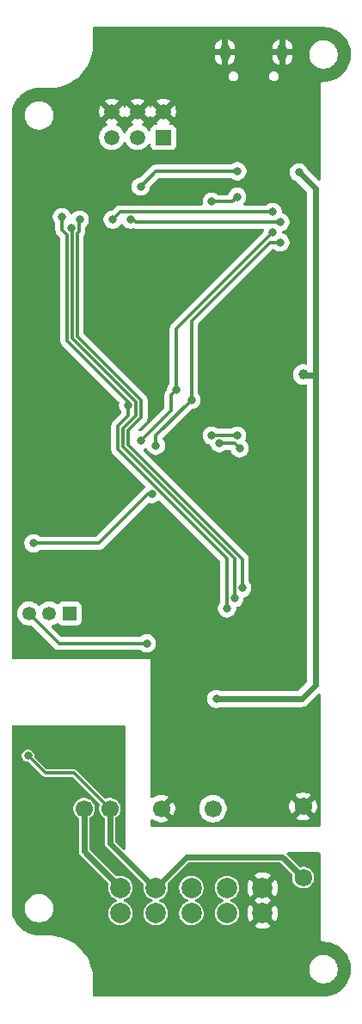
<source format=gbr>
%TF.GenerationSoftware,KiCad,Pcbnew,9.0.2*%
%TF.CreationDate,2025-05-29T14:15:01+03:00*%
%TF.ProjectId,PM-MCU_ESP32-C3,504d2d4d-4355-45f4-9553-5033322d4333,rev?*%
%TF.SameCoordinates,Original*%
%TF.FileFunction,Copper,L2,Bot*%
%TF.FilePolarity,Positive*%
%FSLAX46Y46*%
G04 Gerber Fmt 4.6, Leading zero omitted, Abs format (unit mm)*
G04 Created by KiCad (PCBNEW 9.0.2) date 2025-05-29 14:15:01*
%MOMM*%
%LPD*%
G01*
G04 APERTURE LIST*
%TA.AperFunction,ComponentPad*%
%ADD10R,1.350000X1.350000*%
%TD*%
%TA.AperFunction,ComponentPad*%
%ADD11C,1.350000*%
%TD*%
%TA.AperFunction,ComponentPad*%
%ADD12O,1.000000X1.700000*%
%TD*%
%TA.AperFunction,ComponentPad*%
%ADD13C,2.000000*%
%TD*%
%TA.AperFunction,ComponentPad*%
%ADD14C,1.725000*%
%TD*%
%TA.AperFunction,ComponentPad*%
%ADD15C,1.700000*%
%TD*%
%TA.AperFunction,ComponentPad*%
%ADD16R,1.500000X1.500000*%
%TD*%
%TA.AperFunction,ComponentPad*%
%ADD17C,1.500000*%
%TD*%
%TA.AperFunction,ViaPad*%
%ADD18C,0.800000*%
%TD*%
%TA.AperFunction,ViaPad*%
%ADD19C,1.000000*%
%TD*%
%TA.AperFunction,Conductor*%
%ADD20C,0.300000*%
%TD*%
%TA.AperFunction,Conductor*%
%ADD21C,0.600000*%
%TD*%
%TA.AperFunction,Conductor*%
%ADD22C,0.200000*%
%TD*%
G04 APERTURE END LIST*
D10*
%TO.P,J7,1,Pin_1*%
%TO.N,/UART_RTS*%
X6000000Y-10000000D03*
D11*
%TO.P,J7,2,Pin_2*%
%TO.N,/UART_RX*%
X4000000Y-10000000D03*
%TO.P,J7,3,Pin_3*%
%TO.N,/UART_TX*%
X2000000Y-10000000D03*
%TD*%
D12*
%TO.P,J1,5,GND*%
%TO.N,GND_MCU*%
X26955029Y45202208D03*
X21305027Y45202208D03*
%TD*%
D13*
%TO.P,J6,1,Pin_1*%
%TO.N,+24V_BUS*%
X11000000Y-37000000D03*
%TO.P,J6,2,Pin_3*%
%TO.N,GND_BUS*%
X14500000Y-37000000D03*
%TO.P,J6,3,3*%
%TO.N,/A*%
X18000000Y-37000000D03*
%TO.P,J6,4,4*%
%TO.N,/B*%
X21500000Y-37000000D03*
%TO.P,J6,5,Pin_9*%
%TO.N,PE*%
X25000000Y-37000000D03*
%TO.P,J6,6,Pin_2*%
%TO.N,+24V_BUS*%
X11000000Y-39500000D03*
%TO.P,J6,7,Pin_4*%
%TO.N,GND_BUS*%
X14500000Y-39500000D03*
%TO.P,J6,8,Pin_6*%
%TO.N,/A*%
X18000000Y-39500000D03*
%TO.P,J6,9,Pin_8*%
%TO.N,/B*%
X21500000Y-39500000D03*
%TO.P,J6,10,Pin_10*%
%TO.N,PE*%
X25000000Y-39500000D03*
%TD*%
D14*
%TO.P,U4,1*%
%TO.N,GND_BUS*%
X29000000Y-36000000D03*
%TD*%
D15*
%TO.P,PS1,1,Vin*%
%TO.N,+24V_BUS*%
X7416800Y-29210000D03*
%TO.P,PS1,2,GND*%
%TO.N,GND_BUS*%
X9956800Y-29210000D03*
%TO.P,PS1,4,0V*%
%TO.N,GND_MCU*%
X15036800Y-29210000D03*
%TO.P,PS1,6,+V*%
%TO.N,+5V_MCU*%
X20116800Y-29210000D03*
%TD*%
D14*
%TO.P,U3,1*%
%TO.N,GND_MCU*%
X29000000Y-29000000D03*
%TD*%
D16*
%TO.P,SW4,1*%
%TO.N,Net-(RN3B-R2.1)*%
X15240000Y36830000D03*
D17*
%TO.P,SW4,2*%
%TO.N,Net-(RN3C-R3.1)*%
X12700000Y36830000D03*
%TO.P,SW4,3*%
%TO.N,Net-(RN3D-R4.1)*%
X10160000Y36830000D03*
%TO.P,SW4,4*%
%TO.N,GND_MCU*%
X10160000Y39370000D03*
%TO.P,SW4,5*%
X12700000Y39370000D03*
%TO.P,SW4,6*%
X15240000Y39370000D03*
%TD*%
D18*
%TO.N,+3.3V_MCU*%
X13000000Y32000000D03*
X22520300Y33500000D03*
%TO.N,/LED0*%
X23000000Y-7500000D03*
X7000000Y28750000D03*
%TO.N,/LED2*%
X21500000Y-9500000D03*
%TO.N,/LED1*%
X22250000Y-8500000D03*
X6154999Y27904999D03*
%TO.N,/LED2*%
X5250000Y29000000D03*
X11750000Y10500000D03*
%TO.N,Net-(R5-Pad1)*%
X14100000Y1750000D03*
%TO.N,/CS3*%
X26750000Y26500000D03*
%TO.N,/CS2*%
X26000000Y27500000D03*
%TO.N,/CS1*%
X12000000Y28750000D03*
X26750000Y28500000D03*
%TO.N,/CS0*%
X10250000Y28750000D03*
X26000000Y29500000D03*
%TO.N,/MOSI*%
X22500000Y7500000D03*
%TO.N,/SCK*%
X22750000Y6250000D03*
X20750000Y6750000D03*
%TO.N,/MOSI*%
X20000000Y7500002D03*
%TO.N,/CS3*%
X14500000Y6500000D03*
X18000000Y11000000D03*
%TO.N,/CS2*%
X16500000Y12000000D03*
X13000000Y7000000D03*
%TO.N,/MISO*%
X22500000Y31000000D03*
X20000000Y30500000D03*
%TO.N,GND_MCU*%
X24496900Y37358200D03*
X5000000Y2500000D03*
X13590000Y20937600D03*
X24496900Y-2605000D03*
X800000Y-12800000D03*
X2540000Y-4812000D03*
X24496900Y22604900D03*
X24500300Y17074300D03*
X14690000Y16810300D03*
X15010000Y-24830000D03*
X2540000Y4812400D03*
X9525000Y-11355000D03*
X20750000Y41242100D03*
X12490000Y16810200D03*
X24500300Y2927300D03*
X27250000Y41250000D03*
X13350000Y-10600000D03*
X24511900Y-17152000D03*
%TO.N,+3.3V_MCU*%
X28588000Y33388000D03*
D19*
X29000000Y13499993D03*
D18*
X20447000Y-18415000D03*
%TO.N,/UART_TX*%
X13589000Y-12954000D03*
%TO.N,GND_BUS*%
X1905000Y-24000000D03*
%TO.N,Net-(R5-Pad1)*%
X2439100Y-3098000D03*
%TO.N,GND_MCU*%
X20088300Y10516500D03*
%TD*%
D20*
%TO.N,GND_BUS*%
X1905000Y-24000000D02*
X3623000Y-25718000D01*
X3623000Y-25718000D02*
X6464800Y-25718000D01*
X6464800Y-25718000D02*
X9956800Y-29210000D01*
%TO.N,+3.3V_MCU*%
X22520300Y33500000D02*
X14500000Y33500000D01*
X14500000Y33500000D02*
X13000000Y32000000D01*
%TO.N,/LED2*%
X5250000Y29000000D02*
X5250000Y27747923D01*
X5250000Y27747923D02*
X5749000Y27248923D01*
X5749000Y27248923D02*
X5749000Y16854555D01*
X5749000Y16854555D02*
X11750000Y10853555D01*
X11750000Y10853555D02*
X11750000Y10500000D01*
%TO.N,/LED0*%
X7000000Y28750000D02*
X6905999Y28655999D01*
X6751000Y27438925D02*
X6751000Y17269595D01*
X6905999Y28655999D02*
X6905999Y27593924D01*
X6905999Y27593924D02*
X6751000Y27438925D01*
X6751000Y17269595D02*
X13042480Y10978115D01*
X13042480Y10978115D02*
X13042480Y9292480D01*
X13042480Y9292480D02*
X11750000Y8000000D01*
X11750000Y6579115D02*
X23000000Y-4670885D01*
X11750000Y8000000D02*
X11750000Y6579115D01*
X23000000Y-4670885D02*
X23000000Y-7500000D01*
%TO.N,/LED1*%
X6154999Y27904999D02*
X6250000Y27809998D01*
X6250000Y27809998D02*
X6250000Y17062075D01*
X6250000Y17062075D02*
X12501000Y10811075D01*
X12501000Y10811075D02*
X12501000Y9459520D01*
X12501000Y9459520D02*
X11249000Y8207520D01*
X11249000Y6371595D02*
X22250000Y-4629405D01*
X11249000Y8207520D02*
X11249000Y6371595D01*
X22250000Y-4629405D02*
X22250000Y-8500000D01*
%TO.N,/LED2*%
X21500000Y-9500000D02*
X21500000Y-4587925D01*
X21500000Y-4587925D02*
X10748000Y6164075D01*
X10748000Y6164075D02*
X10748000Y8415041D01*
X10748000Y8415041D02*
X11750000Y9417041D01*
X11750000Y9417041D02*
X11750000Y10500000D01*
%TO.N,Net-(R5-Pad1)*%
X13750000Y1750000D02*
X8902000Y-3098000D01*
X14100000Y1750000D02*
X13750000Y1750000D01*
X8902000Y-3098000D02*
X2439100Y-3098000D01*
%TO.N,/CS3*%
X26750000Y26500000D02*
X25708520Y26500000D01*
X25708520Y26500000D02*
X18000000Y18791480D01*
X18000000Y18791480D02*
X18000000Y11000000D01*
%TO.N,/CS2*%
X16500000Y12000000D02*
X16500000Y18000000D01*
X16500000Y18000000D02*
X26000000Y27500000D01*
X16000000Y10000000D02*
X13000000Y7000000D01*
X16500000Y12000000D02*
X16000000Y11500000D01*
X16000000Y11500000D02*
X16000000Y10000000D01*
%TO.N,/CS1*%
X12251000Y28750000D02*
X12501000Y28500000D01*
X12000000Y28750000D02*
X12251000Y28750000D01*
X12501000Y28500000D02*
X26750000Y28500000D01*
%TO.N,/CS0*%
X10250000Y28750000D02*
X11000000Y29500000D01*
X11000000Y29500000D02*
X26000000Y29500000D01*
%TO.N,/MISO*%
X20000000Y30500000D02*
X22000000Y30500000D01*
X22000000Y30500000D02*
X22500000Y31000000D01*
%TO.N,/UART_TX*%
X2000000Y-10000000D02*
X4954000Y-12954000D01*
X4954000Y-12954000D02*
X13589000Y-12954000D01*
%TO.N,/MOSI*%
X22499998Y7500002D02*
X22500000Y7500000D01*
X20000000Y7500002D02*
X22499998Y7500002D01*
%TO.N,/SCK*%
X22250000Y6750000D02*
X22750000Y6250000D01*
X20750000Y6750000D02*
X22250000Y6750000D01*
%TO.N,/CS3*%
X14500000Y7500000D02*
X14500000Y6500000D01*
X18000000Y11000000D02*
X14500000Y7500000D01*
D21*
%TO.N,+3.3V_MCU*%
X30200000Y13262000D02*
X30200000Y31776000D01*
D20*
X29037993Y13462000D02*
X29238000Y13462000D01*
D21*
X30000000Y13462000D02*
X30200000Y13262000D01*
X30200000Y-17044000D02*
X30200000Y13262000D01*
X20447000Y-18415000D02*
X28829000Y-18415000D01*
X30200000Y31776000D02*
X28588000Y33388000D01*
X29037993Y13462000D02*
X30000000Y13462000D01*
X28588000Y33388000D02*
X28575000Y33401000D01*
X28829000Y-18415000D02*
X30200000Y-17044000D01*
X29000000Y13499993D02*
X29037993Y13462000D01*
D22*
%TO.N,Net-(RN3D-R4.1)*%
X10270000Y36830000D02*
X10160000Y36830000D01*
D21*
%TO.N,GND_BUS*%
X26956000Y-33956000D02*
X17544000Y-33956000D01*
D22*
X14500000Y-37000000D02*
X14280900Y-37000000D01*
D21*
X17544000Y-33956000D02*
X14500000Y-37000000D01*
X14350736Y-37000000D02*
X9956800Y-32606064D01*
X9956800Y-32606064D02*
X9956800Y-29210000D01*
X14500000Y-37000000D02*
X14350736Y-37000000D01*
X29000000Y-36000000D02*
X26956000Y-33956000D01*
%TO.N,+24V_BUS*%
X7416800Y-33416800D02*
X7416800Y-29210000D01*
X11000000Y-37000000D02*
X7416800Y-33416800D01*
%TD*%
%TA.AperFunction,Conductor*%
%TO.N,PE*%
G36*
X11443039Y-21019685D02*
G01*
X11488794Y-21072489D01*
X11500000Y-21124000D01*
X11500000Y-33142088D01*
X11480315Y-33209127D01*
X11427511Y-33254882D01*
X11358353Y-33264826D01*
X11294797Y-33235801D01*
X11288319Y-33229769D01*
X10493619Y-32435069D01*
X10460134Y-32373746D01*
X10457300Y-32347388D01*
X10457300Y-30205281D01*
X10476985Y-30138242D01*
X10512410Y-30102178D01*
X10626455Y-30025977D01*
X10772777Y-29879655D01*
X10887741Y-29707598D01*
X10966930Y-29516420D01*
X11007300Y-29313465D01*
X11007300Y-29106535D01*
X10966930Y-28903580D01*
X10887741Y-28712402D01*
X10772777Y-28540345D01*
X10772775Y-28540342D01*
X10626457Y-28394024D01*
X10519228Y-28322377D01*
X10454398Y-28279059D01*
X10263220Y-28199870D01*
X10263212Y-28199868D01*
X10060269Y-28159500D01*
X10060265Y-28159500D01*
X9853335Y-28159500D01*
X9853330Y-28159500D01*
X9650387Y-28199868D01*
X9650375Y-28199871D01*
X9579828Y-28229093D01*
X9510359Y-28236562D01*
X9447880Y-28205287D01*
X9444695Y-28202213D01*
X6680013Y-25437531D01*
X6680008Y-25437527D01*
X6600090Y-25391387D01*
X6600089Y-25391386D01*
X6600088Y-25391386D01*
X6510944Y-25367500D01*
X6510943Y-25367500D01*
X3819544Y-25367500D01*
X3752505Y-25347815D01*
X3731863Y-25331181D01*
X2541819Y-24141137D01*
X2508334Y-24079814D01*
X2505500Y-24053456D01*
X2505500Y-23920945D01*
X2505500Y-23920943D01*
X2464577Y-23768216D01*
X2464573Y-23768209D01*
X2385524Y-23631290D01*
X2385518Y-23631282D01*
X2273717Y-23519481D01*
X2273709Y-23519475D01*
X2136790Y-23440426D01*
X2136786Y-23440424D01*
X2136784Y-23440423D01*
X1984057Y-23399500D01*
X1825943Y-23399500D01*
X1673216Y-23440423D01*
X1673209Y-23440426D01*
X1536290Y-23519475D01*
X1536282Y-23519481D01*
X1424481Y-23631282D01*
X1424475Y-23631290D01*
X1345426Y-23768209D01*
X1345423Y-23768216D01*
X1304500Y-23920943D01*
X1304500Y-24079057D01*
X1321135Y-24141137D01*
X1345423Y-24231783D01*
X1345426Y-24231790D01*
X1424475Y-24368709D01*
X1424479Y-24368714D01*
X1424480Y-24368716D01*
X1536284Y-24480520D01*
X1536286Y-24480521D01*
X1536290Y-24480524D01*
X1673209Y-24559573D01*
X1673216Y-24559577D01*
X1825943Y-24600500D01*
X1825945Y-24600500D01*
X1958456Y-24600500D01*
X2025495Y-24620185D01*
X2046137Y-24636819D01*
X3407788Y-25998470D01*
X3487712Y-26044614D01*
X3576856Y-26068500D01*
X6268256Y-26068500D01*
X6335295Y-26088185D01*
X6355937Y-26104819D01*
X8949013Y-28697895D01*
X8982498Y-28759218D01*
X8977514Y-28828910D01*
X8975893Y-28833028D01*
X8946671Y-28903575D01*
X8946668Y-28903587D01*
X8906300Y-29106530D01*
X8906300Y-29313469D01*
X8946668Y-29516412D01*
X8946670Y-29516420D01*
X9025858Y-29707596D01*
X9140824Y-29879657D01*
X9287140Y-30025973D01*
X9287143Y-30025975D01*
X9287145Y-30025977D01*
X9342555Y-30063000D01*
X9401190Y-30102178D01*
X9445996Y-30155791D01*
X9456300Y-30205281D01*
X9456300Y-32671955D01*
X9490408Y-32799251D01*
X9523354Y-32856314D01*
X9556300Y-32913378D01*
X9556302Y-32913380D01*
X13288861Y-36645939D01*
X13322346Y-36707262D01*
X13323653Y-36753018D01*
X13299500Y-36905513D01*
X13299500Y-37094486D01*
X13329059Y-37281118D01*
X13387454Y-37460836D01*
X13468722Y-37620332D01*
X13473240Y-37629199D01*
X13584310Y-37782073D01*
X13717927Y-37915690D01*
X13870801Y-38026760D01*
X13950347Y-38067290D01*
X14039163Y-38112545D01*
X14039165Y-38112545D01*
X14039168Y-38112547D01*
X14099251Y-38132069D01*
X14156926Y-38171507D01*
X14184124Y-38235866D01*
X14172209Y-38304712D01*
X14124965Y-38356188D01*
X14099253Y-38367930D01*
X14080756Y-38373939D01*
X14039163Y-38387454D01*
X13870800Y-38473240D01*
X13783579Y-38536610D01*
X13717927Y-38584310D01*
X13717925Y-38584312D01*
X13717924Y-38584312D01*
X13584312Y-38717924D01*
X13584312Y-38717925D01*
X13584310Y-38717927D01*
X13547990Y-38767917D01*
X13473240Y-38870800D01*
X13387454Y-39039163D01*
X13329059Y-39218881D01*
X13299500Y-39405513D01*
X13299500Y-39594486D01*
X13329059Y-39781118D01*
X13387454Y-39960836D01*
X13446033Y-40075802D01*
X13473240Y-40129199D01*
X13584310Y-40282073D01*
X13717927Y-40415690D01*
X13870801Y-40526760D01*
X13950347Y-40567290D01*
X14039163Y-40612545D01*
X14039165Y-40612545D01*
X14039168Y-40612547D01*
X14135497Y-40643846D01*
X14218881Y-40670940D01*
X14405514Y-40700500D01*
X14405519Y-40700500D01*
X14594486Y-40700500D01*
X14781118Y-40670940D01*
X14960832Y-40612547D01*
X15129199Y-40526760D01*
X15282073Y-40415690D01*
X15415690Y-40282073D01*
X15526760Y-40129199D01*
X15612547Y-39960832D01*
X15670940Y-39781118D01*
X15682981Y-39705096D01*
X15700500Y-39594486D01*
X15700500Y-39405513D01*
X15670940Y-39218881D01*
X15612545Y-39039163D01*
X15567290Y-38950347D01*
X15526760Y-38870801D01*
X15415690Y-38717927D01*
X15282073Y-38584310D01*
X15129199Y-38473240D01*
X15107912Y-38462394D01*
X14960834Y-38387454D01*
X14960833Y-38387453D01*
X14960832Y-38387453D01*
X14900748Y-38367930D01*
X14843073Y-38328493D01*
X14815875Y-38264135D01*
X14827790Y-38195288D01*
X14875034Y-38143813D01*
X14900746Y-38132069D01*
X14960832Y-38112547D01*
X15129199Y-38026760D01*
X15282073Y-37915690D01*
X15415690Y-37782073D01*
X15526760Y-37629199D01*
X15612547Y-37460832D01*
X15670940Y-37281118D01*
X15700500Y-37094486D01*
X15700500Y-36905513D01*
X16799500Y-36905513D01*
X16799500Y-37094486D01*
X16829059Y-37281118D01*
X16887454Y-37460836D01*
X16968722Y-37620332D01*
X16973240Y-37629199D01*
X17084310Y-37782073D01*
X17217927Y-37915690D01*
X17370801Y-38026760D01*
X17450347Y-38067290D01*
X17539163Y-38112545D01*
X17539165Y-38112545D01*
X17539168Y-38112547D01*
X17599251Y-38132069D01*
X17656926Y-38171507D01*
X17684124Y-38235866D01*
X17672209Y-38304712D01*
X17624965Y-38356188D01*
X17599253Y-38367930D01*
X17580756Y-38373939D01*
X17539163Y-38387454D01*
X17370800Y-38473240D01*
X17283579Y-38536610D01*
X17217927Y-38584310D01*
X17217925Y-38584312D01*
X17217924Y-38584312D01*
X17084312Y-38717924D01*
X17084312Y-38717925D01*
X17084310Y-38717927D01*
X17047990Y-38767917D01*
X16973240Y-38870800D01*
X16887454Y-39039163D01*
X16829059Y-39218881D01*
X16799500Y-39405513D01*
X16799500Y-39594486D01*
X16829059Y-39781118D01*
X16887454Y-39960836D01*
X16946033Y-40075802D01*
X16973240Y-40129199D01*
X17084310Y-40282073D01*
X17217927Y-40415690D01*
X17370801Y-40526760D01*
X17450347Y-40567290D01*
X17539163Y-40612545D01*
X17539165Y-40612545D01*
X17539168Y-40612547D01*
X17635497Y-40643846D01*
X17718881Y-40670940D01*
X17905514Y-40700500D01*
X17905519Y-40700500D01*
X18094486Y-40700500D01*
X18281118Y-40670940D01*
X18460832Y-40612547D01*
X18629199Y-40526760D01*
X18782073Y-40415690D01*
X18915690Y-40282073D01*
X19026760Y-40129199D01*
X19112547Y-39960832D01*
X19170940Y-39781118D01*
X19182981Y-39705096D01*
X19200500Y-39594486D01*
X19200500Y-39405513D01*
X19170940Y-39218881D01*
X19112545Y-39039163D01*
X19067290Y-38950347D01*
X19026760Y-38870801D01*
X18915690Y-38717927D01*
X18782073Y-38584310D01*
X18629199Y-38473240D01*
X18607912Y-38462394D01*
X18460834Y-38387454D01*
X18460833Y-38387453D01*
X18460832Y-38387453D01*
X18400748Y-38367930D01*
X18343073Y-38328493D01*
X18315875Y-38264135D01*
X18327790Y-38195288D01*
X18375034Y-38143813D01*
X18400746Y-38132069D01*
X18460832Y-38112547D01*
X18629199Y-38026760D01*
X18782073Y-37915690D01*
X18915690Y-37782073D01*
X19026760Y-37629199D01*
X19112547Y-37460832D01*
X19170940Y-37281118D01*
X19200500Y-37094486D01*
X19200500Y-36905513D01*
X20299500Y-36905513D01*
X20299500Y-37094486D01*
X20329059Y-37281118D01*
X20387454Y-37460836D01*
X20468722Y-37620332D01*
X20473240Y-37629199D01*
X20584310Y-37782073D01*
X20717927Y-37915690D01*
X20870801Y-38026760D01*
X20950347Y-38067290D01*
X21039163Y-38112545D01*
X21039165Y-38112545D01*
X21039168Y-38112547D01*
X21099251Y-38132069D01*
X21156926Y-38171507D01*
X21184124Y-38235866D01*
X21172209Y-38304712D01*
X21124965Y-38356188D01*
X21099253Y-38367930D01*
X21080756Y-38373939D01*
X21039163Y-38387454D01*
X20870800Y-38473240D01*
X20783579Y-38536610D01*
X20717927Y-38584310D01*
X20717925Y-38584312D01*
X20717924Y-38584312D01*
X20584312Y-38717924D01*
X20584312Y-38717925D01*
X20584310Y-38717927D01*
X20547990Y-38767917D01*
X20473240Y-38870800D01*
X20387454Y-39039163D01*
X20329059Y-39218881D01*
X20299500Y-39405513D01*
X20299500Y-39594486D01*
X20329059Y-39781118D01*
X20387454Y-39960836D01*
X20446033Y-40075802D01*
X20473240Y-40129199D01*
X20584310Y-40282073D01*
X20717927Y-40415690D01*
X20870801Y-40526760D01*
X20950347Y-40567290D01*
X21039163Y-40612545D01*
X21039165Y-40612545D01*
X21039168Y-40612547D01*
X21135497Y-40643846D01*
X21218881Y-40670940D01*
X21405514Y-40700500D01*
X21405519Y-40700500D01*
X21594486Y-40700500D01*
X21781118Y-40670940D01*
X21960832Y-40612547D01*
X22129199Y-40526760D01*
X22282073Y-40415690D01*
X22415690Y-40282073D01*
X22526760Y-40129199D01*
X22612547Y-39960832D01*
X22670940Y-39781118D01*
X22682981Y-39705096D01*
X22700500Y-39594486D01*
X22700500Y-39405514D01*
X22699068Y-39396474D01*
X22699068Y-39396473D01*
X22670940Y-39218881D01*
X22612545Y-39039163D01*
X22567290Y-38950347D01*
X22526760Y-38870801D01*
X22415690Y-38717927D01*
X22282073Y-38584310D01*
X22129199Y-38473240D01*
X22107912Y-38462394D01*
X21960834Y-38387454D01*
X21960833Y-38387453D01*
X21960832Y-38387453D01*
X21900748Y-38367930D01*
X21878314Y-38352590D01*
X21854078Y-38340293D01*
X21849897Y-38333159D01*
X21843073Y-38328493D01*
X21832493Y-38303459D01*
X21818753Y-38280011D01*
X21819093Y-38271750D01*
X21815875Y-38264135D01*
X21820509Y-38237354D01*
X21821628Y-38210200D01*
X21826380Y-38203434D01*
X21827790Y-38195288D01*
X21846166Y-38175266D01*
X21861788Y-38153026D01*
X21871249Y-38147936D01*
X21875034Y-38143813D01*
X21892239Y-38135182D01*
X21896431Y-38133472D01*
X21960832Y-38112547D01*
X22129199Y-38026760D01*
X22282073Y-37915690D01*
X22415690Y-37782073D01*
X22526760Y-37629199D01*
X22612547Y-37460832D01*
X22670940Y-37281118D01*
X22700500Y-37094486D01*
X22700500Y-36905514D01*
X22699068Y-36896474D01*
X22699068Y-36896473D01*
X22696767Y-36881947D01*
X23500000Y-36881947D01*
X23500000Y-37118052D01*
X23536934Y-37351247D01*
X23609897Y-37575802D01*
X23717081Y-37786163D01*
X23717089Y-37786176D01*
X23747584Y-37828149D01*
X23747586Y-37828150D01*
X24339979Y-37235756D01*
X24379668Y-37331574D01*
X24456274Y-37446224D01*
X24553776Y-37543726D01*
X24668426Y-37620332D01*
X24764243Y-37660020D01*
X24174264Y-38250000D01*
X24764243Y-38839979D01*
X24668426Y-38879668D01*
X24553776Y-38956274D01*
X24456274Y-39053776D01*
X24379668Y-39168426D01*
X24339979Y-39264242D01*
X23747585Y-38671848D01*
X23747584Y-38671849D01*
X23717087Y-38713824D01*
X23609897Y-38924197D01*
X23536934Y-39148752D01*
X23500000Y-39381947D01*
X23500000Y-39618052D01*
X23536934Y-39851247D01*
X23609897Y-40075802D01*
X23717081Y-40286163D01*
X23717089Y-40286176D01*
X23747584Y-40328149D01*
X23747586Y-40328150D01*
X24339979Y-39735756D01*
X24379668Y-39831574D01*
X24456274Y-39946224D01*
X24553776Y-40043726D01*
X24668426Y-40120332D01*
X24764243Y-40160020D01*
X24171849Y-40752413D01*
X24213828Y-40782914D01*
X24424197Y-40890102D01*
X24648752Y-40963065D01*
X24648751Y-40963065D01*
X24881948Y-41000000D01*
X25118052Y-41000000D01*
X25351247Y-40963065D01*
X25575802Y-40890102D01*
X25786171Y-40782914D01*
X25828149Y-40752413D01*
X25235756Y-40160020D01*
X25331574Y-40120332D01*
X25446224Y-40043726D01*
X25543726Y-39946224D01*
X25620332Y-39831574D01*
X25660020Y-39735756D01*
X26252413Y-40328149D01*
X26282914Y-40286171D01*
X26390102Y-40075802D01*
X26463065Y-39851247D01*
X26500000Y-39618052D01*
X26500000Y-39381947D01*
X26463065Y-39148752D01*
X26390102Y-38924197D01*
X26282914Y-38713828D01*
X26252413Y-38671849D01*
X25660020Y-39264242D01*
X25620332Y-39168426D01*
X25543726Y-39053776D01*
X25446224Y-38956274D01*
X25331574Y-38879668D01*
X25235756Y-38839979D01*
X25825736Y-38250000D01*
X25235756Y-37660020D01*
X25331574Y-37620332D01*
X25446224Y-37543726D01*
X25543726Y-37446224D01*
X25620332Y-37331574D01*
X25660020Y-37235756D01*
X26252413Y-37828149D01*
X26282914Y-37786171D01*
X26390102Y-37575802D01*
X26463065Y-37351247D01*
X26500000Y-37118052D01*
X26500000Y-36881947D01*
X26463065Y-36648752D01*
X26390102Y-36424197D01*
X26282914Y-36213828D01*
X26252413Y-36171849D01*
X25660020Y-36764242D01*
X25620332Y-36668426D01*
X25543726Y-36553776D01*
X25446224Y-36456274D01*
X25331574Y-36379668D01*
X25235757Y-36339979D01*
X25828150Y-35747586D01*
X25828149Y-35747584D01*
X25786176Y-35717089D01*
X25786163Y-35717081D01*
X25575802Y-35609897D01*
X25351247Y-35536934D01*
X25351248Y-35536934D01*
X25118052Y-35500000D01*
X24881948Y-35500000D01*
X24648752Y-35536934D01*
X24424197Y-35609897D01*
X24213824Y-35717087D01*
X24171849Y-35747584D01*
X24171848Y-35747585D01*
X24764243Y-36339979D01*
X24668426Y-36379668D01*
X24553776Y-36456274D01*
X24456274Y-36553776D01*
X24379668Y-36668426D01*
X24339979Y-36764242D01*
X23747585Y-36171848D01*
X23747584Y-36171849D01*
X23717087Y-36213824D01*
X23609897Y-36424197D01*
X23536934Y-36648752D01*
X23500000Y-36881947D01*
X22696767Y-36881947D01*
X22670940Y-36718881D01*
X22627093Y-36583936D01*
X22612547Y-36539168D01*
X22612545Y-36539165D01*
X22612545Y-36539163D01*
X22567290Y-36450347D01*
X22526760Y-36370801D01*
X22415690Y-36217927D01*
X22282073Y-36084310D01*
X22129199Y-35973240D01*
X21995918Y-35905330D01*
X21960836Y-35887454D01*
X21781118Y-35829059D01*
X21594486Y-35799500D01*
X21594481Y-35799500D01*
X21405519Y-35799500D01*
X21405514Y-35799500D01*
X21218881Y-35829059D01*
X21039163Y-35887454D01*
X20870800Y-35973240D01*
X20783579Y-36036610D01*
X20717927Y-36084310D01*
X20717925Y-36084312D01*
X20717924Y-36084312D01*
X20584312Y-36217924D01*
X20584312Y-36217925D01*
X20584310Y-36217927D01*
X20536610Y-36283579D01*
X20473240Y-36370800D01*
X20387454Y-36539163D01*
X20329059Y-36718881D01*
X20299500Y-36905513D01*
X19200500Y-36905513D01*
X19170940Y-36718881D01*
X19127093Y-36583936D01*
X19112547Y-36539168D01*
X19112545Y-36539165D01*
X19112545Y-36539163D01*
X19067290Y-36450347D01*
X19026760Y-36370801D01*
X18915690Y-36217927D01*
X18782073Y-36084310D01*
X18629199Y-35973240D01*
X18460836Y-35887454D01*
X18281118Y-35829059D01*
X18094486Y-35799500D01*
X18094481Y-35799500D01*
X17905519Y-35799500D01*
X17905514Y-35799500D01*
X17718881Y-35829059D01*
X17539163Y-35887454D01*
X17370800Y-35973240D01*
X17283579Y-36036610D01*
X17217927Y-36084310D01*
X17217925Y-36084312D01*
X17217924Y-36084312D01*
X17084312Y-36217924D01*
X17084312Y-36217925D01*
X17084310Y-36217927D01*
X17036610Y-36283579D01*
X16973240Y-36370800D01*
X16887454Y-36539163D01*
X16829059Y-36718881D01*
X16799500Y-36905513D01*
X15700500Y-36905513D01*
X15683125Y-36795818D01*
X15670940Y-36718882D01*
X15649784Y-36653774D01*
X15647790Y-36583936D01*
X15680033Y-36527779D01*
X17714995Y-34492819D01*
X17776318Y-34459334D01*
X17802676Y-34456500D01*
X26697324Y-34456500D01*
X26764363Y-34476185D01*
X26785005Y-34492819D01*
X27931692Y-35639506D01*
X27965177Y-35700829D01*
X27965628Y-35751378D01*
X27937000Y-35895299D01*
X27937000Y-35895304D01*
X27937000Y-36104696D01*
X27937000Y-36104698D01*
X27936999Y-36104698D01*
X27977849Y-36310060D01*
X27977851Y-36310066D01*
X28057982Y-36503521D01*
X28174310Y-36677618D01*
X28174316Y-36677626D01*
X28322373Y-36825683D01*
X28322381Y-36825689D01*
X28496478Y-36942017D01*
X28553140Y-36965487D01*
X28689934Y-37022149D01*
X28689938Y-37022149D01*
X28689939Y-37022150D01*
X28895301Y-37063000D01*
X28895304Y-37063000D01*
X29104698Y-37063000D01*
X29242863Y-37035516D01*
X29310066Y-37022149D01*
X29503519Y-36942018D01*
X29503519Y-36942017D01*
X29503521Y-36942017D01*
X29593422Y-36881947D01*
X29677623Y-36825686D01*
X29825686Y-36677623D01*
X29918202Y-36539163D01*
X29942017Y-36503521D01*
X29942018Y-36503519D01*
X30022149Y-36310066D01*
X30041293Y-36213824D01*
X30063000Y-36104698D01*
X30063000Y-35895301D01*
X30022150Y-35689939D01*
X30022149Y-35689938D01*
X30022149Y-35689934D01*
X29942018Y-35496481D01*
X29942017Y-35496478D01*
X29825689Y-35322381D01*
X29825683Y-35322373D01*
X29677626Y-35174316D01*
X29677618Y-35174310D01*
X29503521Y-35057982D01*
X29310066Y-34977851D01*
X29310060Y-34977849D01*
X29104698Y-34937000D01*
X29104696Y-34937000D01*
X28895304Y-34937000D01*
X28895301Y-34937000D01*
X28751378Y-34965628D01*
X28681787Y-34959401D01*
X28639506Y-34931692D01*
X27419495Y-33711681D01*
X27386010Y-33650358D01*
X27390994Y-33580666D01*
X27432866Y-33524733D01*
X27498330Y-33500316D01*
X27507176Y-33500000D01*
X30575500Y-33500000D01*
X30642539Y-33519685D01*
X30688294Y-33572489D01*
X30699500Y-33624000D01*
X30699500Y-42047598D01*
X30701970Y-42055198D01*
X30711777Y-42085381D01*
X30719979Y-42115989D01*
X30723965Y-42122894D01*
X30727987Y-42135273D01*
X30727988Y-42135275D01*
X30728912Y-42138119D01*
X30728914Y-42138123D01*
X30728915Y-42138125D01*
X30747634Y-42163889D01*
X30759540Y-42184511D01*
X30770789Y-42195760D01*
X30776519Y-42203647D01*
X30776522Y-42203650D01*
X30784866Y-42215134D01*
X30784867Y-42215134D01*
X30784868Y-42215136D01*
X30796344Y-42223474D01*
X30796343Y-42223474D01*
X30804241Y-42229212D01*
X30815489Y-42240460D01*
X30836102Y-42252360D01*
X30841365Y-42256184D01*
X30861871Y-42271083D01*
X30861877Y-42271086D01*
X30864712Y-42272007D01*
X30864711Y-42272007D01*
X30877104Y-42276033D01*
X30884011Y-42280021D01*
X30914612Y-42288220D01*
X30917701Y-42289224D01*
X30917704Y-42289225D01*
X30952400Y-42300499D01*
X30952403Y-42300499D01*
X30952405Y-42300500D01*
X30996396Y-42300500D01*
X31003605Y-42300709D01*
X31306184Y-42318333D01*
X31320504Y-42320006D01*
X31615441Y-42372011D01*
X31629450Y-42375331D01*
X31817098Y-42431510D01*
X31916365Y-42461229D01*
X31929915Y-42466161D01*
X32014134Y-42502489D01*
X32204911Y-42584782D01*
X32217783Y-42591247D01*
X32470809Y-42737332D01*
X32477143Y-42740989D01*
X32489190Y-42748913D01*
X32729412Y-42927751D01*
X32740459Y-42937020D01*
X32958291Y-43142534D01*
X32968186Y-43153022D01*
X33160686Y-43382433D01*
X33169297Y-43394000D01*
X33333866Y-43644215D01*
X33341075Y-43656700D01*
X33408280Y-43790516D01*
X33475483Y-43924330D01*
X33481194Y-43937570D01*
X33583622Y-44218987D01*
X33587758Y-44232802D01*
X33656823Y-44524209D01*
X33659327Y-44538409D01*
X33694095Y-44835867D01*
X33694933Y-44850263D01*
X33694933Y-45149736D01*
X33694095Y-45164132D01*
X33659327Y-45461590D01*
X33656823Y-45475790D01*
X33587758Y-45767197D01*
X33583622Y-45781012D01*
X33481194Y-46062429D01*
X33475483Y-46075669D01*
X33341077Y-46343296D01*
X33333866Y-46355784D01*
X33169297Y-46605999D01*
X33160686Y-46617566D01*
X32968186Y-46846977D01*
X32958291Y-46857465D01*
X32740459Y-47062979D01*
X32729412Y-47072248D01*
X32489190Y-47251086D01*
X32477143Y-47259010D01*
X32217790Y-47408748D01*
X32204904Y-47415220D01*
X31929915Y-47533838D01*
X31916365Y-47538770D01*
X31629461Y-47624665D01*
X31615429Y-47627990D01*
X31320505Y-47679992D01*
X31306183Y-47681666D01*
X31003606Y-47699290D01*
X30996396Y-47699500D01*
X8424500Y-47699500D01*
X8357461Y-47679815D01*
X8311706Y-47627011D01*
X8300500Y-47575500D01*
X8300500Y-45801178D01*
X8298631Y-45781012D01*
X8263810Y-45405224D01*
X8190742Y-45014346D01*
X8155300Y-44889778D01*
X29599500Y-44889778D01*
X29599500Y-44921635D01*
X29599500Y-45110222D01*
X29606903Y-45156962D01*
X29633985Y-45327952D01*
X29702103Y-45537603D01*
X29702104Y-45537606D01*
X29743079Y-45618022D01*
X29787446Y-45705096D01*
X29802187Y-45734025D01*
X29931752Y-45912358D01*
X29931756Y-45912363D01*
X30087636Y-46068243D01*
X30087641Y-46068247D01*
X30097857Y-46075669D01*
X30265978Y-46197815D01*
X30394375Y-46263237D01*
X30462393Y-46297895D01*
X30462396Y-46297896D01*
X30567221Y-46331955D01*
X30672049Y-46366015D01*
X30889778Y-46400500D01*
X30889779Y-46400500D01*
X31110221Y-46400500D01*
X31110222Y-46400500D01*
X31327951Y-46366015D01*
X31537606Y-46297895D01*
X31734022Y-46197815D01*
X31912365Y-46068242D01*
X32068242Y-45912365D01*
X32197815Y-45734022D01*
X32297895Y-45537606D01*
X32366015Y-45327951D01*
X32400500Y-45110222D01*
X32400500Y-44889778D01*
X32366015Y-44672049D01*
X32317980Y-44524209D01*
X32297896Y-44462396D01*
X32297895Y-44462393D01*
X32263237Y-44394375D01*
X32197815Y-44265978D01*
X32153040Y-44204350D01*
X32068247Y-44087641D01*
X32068243Y-44087636D01*
X31912363Y-43931756D01*
X31912358Y-43931752D01*
X31734025Y-43802187D01*
X31734024Y-43802186D01*
X31734022Y-43802185D01*
X31671096Y-43770122D01*
X31537606Y-43702104D01*
X31537603Y-43702103D01*
X31327952Y-43633985D01*
X31219086Y-43616742D01*
X31110222Y-43599500D01*
X30889778Y-43599500D01*
X30817201Y-43610995D01*
X30672047Y-43633985D01*
X30462396Y-43702103D01*
X30462393Y-43702104D01*
X30265974Y-43802187D01*
X30087641Y-43931752D01*
X30087636Y-43931756D01*
X29931756Y-44087636D01*
X29931752Y-44087641D01*
X29802187Y-44265974D01*
X29702104Y-44462393D01*
X29702103Y-44462396D01*
X29633985Y-44672047D01*
X29633985Y-44672049D01*
X29599500Y-44889778D01*
X8155300Y-44889778D01*
X8081921Y-44631878D01*
X7938274Y-44261082D01*
X7761027Y-43905122D01*
X7551692Y-43567035D01*
X7312055Y-43249704D01*
X7312052Y-43249700D01*
X7044161Y-42955838D01*
X6750299Y-42687947D01*
X6750290Y-42687940D01*
X6456606Y-42466161D01*
X6432965Y-42448308D01*
X6094878Y-42238973D01*
X5738918Y-42061726D01*
X5368122Y-41918079D01*
X5368120Y-41918078D01*
X5368119Y-41918078D01*
X4985661Y-41809260D01*
X4985661Y-41809259D01*
X4594767Y-41736188D01*
X4275044Y-41706562D01*
X4198824Y-41699500D01*
X4198821Y-41699500D01*
X3003481Y-41699500D01*
X2996528Y-41699305D01*
X2704703Y-41682916D01*
X2690885Y-41681359D01*
X2406172Y-41632984D01*
X2392615Y-41629890D01*
X2115100Y-41549939D01*
X2101975Y-41545346D01*
X1835165Y-41434830D01*
X1822637Y-41428797D01*
X1569874Y-41289100D01*
X1558100Y-41281702D01*
X1322569Y-41114584D01*
X1311697Y-41105914D01*
X1096357Y-40913475D01*
X1086524Y-40903642D01*
X894085Y-40688302D01*
X885415Y-40677430D01*
X718297Y-40441899D01*
X710899Y-40430125D01*
X675466Y-40366014D01*
X571198Y-40177355D01*
X565172Y-40164841D01*
X454653Y-39898024D01*
X450060Y-39884899D01*
X370109Y-39607384D01*
X367015Y-39593827D01*
X335020Y-39405519D01*
X318638Y-39309103D01*
X317084Y-39295306D01*
X300695Y-39003472D01*
X300500Y-38996519D01*
X300500Y-38889778D01*
X1599500Y-38889778D01*
X1599500Y-39110221D01*
X1633985Y-39327952D01*
X1702103Y-39537603D01*
X1702104Y-39537606D01*
X1770122Y-39671096D01*
X1787446Y-39705096D01*
X1802187Y-39734025D01*
X1931752Y-39912358D01*
X1931756Y-39912363D01*
X2087636Y-40068243D01*
X2087641Y-40068247D01*
X2220583Y-40164834D01*
X2265978Y-40197815D01*
X2394375Y-40263237D01*
X2462393Y-40297895D01*
X2462396Y-40297896D01*
X2555508Y-40328149D01*
X2672049Y-40366015D01*
X2889778Y-40400500D01*
X2889779Y-40400500D01*
X3110221Y-40400500D01*
X3110222Y-40400500D01*
X3327951Y-40366015D01*
X3537606Y-40297895D01*
X3734022Y-40197815D01*
X3912365Y-40068242D01*
X4068242Y-39912365D01*
X4197815Y-39734022D01*
X4297895Y-39537606D01*
X4366015Y-39327951D01*
X4400500Y-39110222D01*
X4400500Y-38889778D01*
X4366015Y-38672049D01*
X4331955Y-38567221D01*
X4297896Y-38462396D01*
X4297895Y-38462393D01*
X4259710Y-38387453D01*
X4197815Y-38265978D01*
X4177019Y-38237354D01*
X4068247Y-38087641D01*
X4068243Y-38087636D01*
X3912363Y-37931756D01*
X3912358Y-37931752D01*
X3734025Y-37802187D01*
X3734024Y-37802186D01*
X3734022Y-37802185D01*
X3671096Y-37770122D01*
X3537606Y-37702104D01*
X3537603Y-37702103D01*
X3327952Y-37633985D01*
X3219086Y-37616742D01*
X3110222Y-37599500D01*
X2889778Y-37599500D01*
X2817201Y-37610995D01*
X2672047Y-37633985D01*
X2462396Y-37702103D01*
X2462393Y-37702104D01*
X2265974Y-37802187D01*
X2087641Y-37931752D01*
X2087636Y-37931756D01*
X1931756Y-38087636D01*
X1931752Y-38087641D01*
X1802187Y-38265974D01*
X1702104Y-38462393D01*
X1702103Y-38462396D01*
X1633985Y-38672047D01*
X1599500Y-38889778D01*
X300500Y-38889778D01*
X300500Y-29106530D01*
X6366300Y-29106530D01*
X6366300Y-29313469D01*
X6406668Y-29516412D01*
X6406670Y-29516420D01*
X6485858Y-29707596D01*
X6600824Y-29879657D01*
X6747140Y-30025973D01*
X6747143Y-30025975D01*
X6747145Y-30025977D01*
X6802555Y-30063000D01*
X6861190Y-30102178D01*
X6905996Y-30155791D01*
X6916300Y-30205281D01*
X6916300Y-33482691D01*
X6950408Y-33609987D01*
X6973717Y-33650358D01*
X7016300Y-33724114D01*
X7016302Y-33724116D01*
X9819963Y-36527777D01*
X9853448Y-36589100D01*
X9850213Y-36653775D01*
X9829060Y-36718878D01*
X9799500Y-36905513D01*
X9799500Y-37094486D01*
X9829059Y-37281118D01*
X9887454Y-37460836D01*
X9968722Y-37620332D01*
X9973240Y-37629199D01*
X10084310Y-37782073D01*
X10217927Y-37915690D01*
X10370801Y-38026760D01*
X10450347Y-38067290D01*
X10539163Y-38112545D01*
X10539165Y-38112545D01*
X10539168Y-38112547D01*
X10599251Y-38132069D01*
X10656926Y-38171507D01*
X10684124Y-38235866D01*
X10672209Y-38304712D01*
X10624965Y-38356188D01*
X10599253Y-38367930D01*
X10580756Y-38373939D01*
X10539163Y-38387454D01*
X10370800Y-38473240D01*
X10283579Y-38536610D01*
X10217927Y-38584310D01*
X10217925Y-38584312D01*
X10217924Y-38584312D01*
X10084312Y-38717924D01*
X10084312Y-38717925D01*
X10084310Y-38717927D01*
X10047990Y-38767917D01*
X9973240Y-38870800D01*
X9887454Y-39039163D01*
X9829059Y-39218881D01*
X9799500Y-39405513D01*
X9799500Y-39594486D01*
X9829059Y-39781118D01*
X9887454Y-39960836D01*
X9946033Y-40075802D01*
X9973240Y-40129199D01*
X10084310Y-40282073D01*
X10217927Y-40415690D01*
X10370801Y-40526760D01*
X10450347Y-40567290D01*
X10539163Y-40612545D01*
X10539165Y-40612545D01*
X10539168Y-40612547D01*
X10635497Y-40643846D01*
X10718881Y-40670940D01*
X10905514Y-40700500D01*
X10905519Y-40700500D01*
X11094486Y-40700500D01*
X11281118Y-40670940D01*
X11460832Y-40612547D01*
X11629199Y-40526760D01*
X11782073Y-40415690D01*
X11915690Y-40282073D01*
X12026760Y-40129199D01*
X12112547Y-39960832D01*
X12170940Y-39781118D01*
X12182981Y-39705096D01*
X12200500Y-39594486D01*
X12200500Y-39405513D01*
X12170940Y-39218881D01*
X12112545Y-39039163D01*
X12067290Y-38950347D01*
X12026760Y-38870801D01*
X11915690Y-38717927D01*
X11782073Y-38584310D01*
X11629199Y-38473240D01*
X11607912Y-38462394D01*
X11460834Y-38387454D01*
X11460833Y-38387453D01*
X11460832Y-38387453D01*
X11400748Y-38367930D01*
X11343073Y-38328493D01*
X11315875Y-38264135D01*
X11327790Y-38195288D01*
X11375034Y-38143813D01*
X11400746Y-38132069D01*
X11460832Y-38112547D01*
X11629199Y-38026760D01*
X11782073Y-37915690D01*
X11915690Y-37782073D01*
X12026760Y-37629199D01*
X12112547Y-37460832D01*
X12170940Y-37281118D01*
X12200500Y-37094486D01*
X12200500Y-36905513D01*
X12170940Y-36718881D01*
X12127093Y-36583936D01*
X12112547Y-36539168D01*
X12112545Y-36539165D01*
X12112545Y-36539163D01*
X12067290Y-36450347D01*
X12026760Y-36370801D01*
X11915690Y-36217927D01*
X11782073Y-36084310D01*
X11629199Y-35973240D01*
X11460836Y-35887454D01*
X11281118Y-35829059D01*
X11094486Y-35799500D01*
X11094481Y-35799500D01*
X10905519Y-35799500D01*
X10905514Y-35799500D01*
X10718878Y-35829060D01*
X10653775Y-35850213D01*
X10583934Y-35852208D01*
X10527777Y-35819963D01*
X7953619Y-33245805D01*
X7920134Y-33184482D01*
X7917300Y-33158124D01*
X7917300Y-30205281D01*
X7936985Y-30138242D01*
X7972410Y-30102178D01*
X8086455Y-30025977D01*
X8232777Y-29879655D01*
X8347741Y-29707598D01*
X8426930Y-29516420D01*
X8467300Y-29313465D01*
X8467300Y-29106535D01*
X8426930Y-28903580D01*
X8347741Y-28712402D01*
X8232777Y-28540345D01*
X8232775Y-28540342D01*
X8086457Y-28394024D01*
X7979228Y-28322377D01*
X7914398Y-28279059D01*
X7723220Y-28199870D01*
X7723212Y-28199868D01*
X7520269Y-28159500D01*
X7520265Y-28159500D01*
X7313335Y-28159500D01*
X7313330Y-28159500D01*
X7110387Y-28199868D01*
X7110379Y-28199870D01*
X6919203Y-28279058D01*
X6747142Y-28394024D01*
X6600824Y-28540342D01*
X6485858Y-28712403D01*
X6406670Y-28903579D01*
X6406668Y-28903587D01*
X6366300Y-29106530D01*
X300500Y-29106530D01*
X300500Y-21124000D01*
X320185Y-21056961D01*
X372989Y-21011206D01*
X424500Y-21000000D01*
X11376000Y-21000000D01*
X11443039Y-21019685D01*
G37*
%TD.AperFunction*%
%TD*%
%TA.AperFunction,Conductor*%
%TO.N,GND_MCU*%
G36*
X12234075Y39177007D02*
G01*
X12299901Y39062993D01*
X12392993Y38969901D01*
X12507007Y38904075D01*
X12626358Y38872095D01*
X12051687Y38297424D01*
X12221764Y38210766D01*
X12272560Y38162792D01*
X12289355Y38094971D01*
X12266818Y38028836D01*
X12221764Y37989796D01*
X12044594Y37899524D01*
X11953741Y37833515D01*
X11885354Y37783828D01*
X11885352Y37783826D01*
X11885351Y37783826D01*
X11746174Y37644649D01*
X11746174Y37644648D01*
X11746172Y37644646D01*
X11696485Y37576259D01*
X11630476Y37485406D01*
X11540485Y37308787D01*
X11492511Y37257991D01*
X11424690Y37241196D01*
X11358555Y37263733D01*
X11319515Y37308787D01*
X11251879Y37441530D01*
X11229524Y37485405D01*
X11113828Y37644646D01*
X10974646Y37783828D01*
X10815405Y37899524D01*
X10640025Y37988884D01*
X10640024Y37988885D01*
X10638235Y37989796D01*
X10587439Y38037770D01*
X10570644Y38105591D01*
X10593181Y38171726D01*
X10638235Y38210766D01*
X10808311Y38297425D01*
X10233642Y38872095D01*
X10352993Y38904075D01*
X10467007Y38969901D01*
X10560099Y39062993D01*
X10625925Y39177007D01*
X10657905Y39296359D01*
X11232575Y38721689D01*
X11319515Y38892317D01*
X11367489Y38943113D01*
X11435310Y38959908D01*
X11501445Y38937371D01*
X11540485Y38892316D01*
X11627422Y38721688D01*
X12202094Y39296359D01*
X12234075Y39177007D01*
G37*
%TD.AperFunction*%
%TA.AperFunction,Conductor*%
G36*
X14774075Y39177007D02*
G01*
X14839901Y39062993D01*
X14932993Y38969901D01*
X15047007Y38904075D01*
X15166358Y38872095D01*
X14591686Y38297424D01*
X14594478Y38279800D01*
X14608017Y38267014D01*
X14624814Y38199194D01*
X14602279Y38133058D01*
X14547566Y38089605D01*
X14500930Y38080500D01*
X14442130Y38080500D01*
X14442123Y38080499D01*
X14382516Y38074092D01*
X14247671Y38023798D01*
X14247664Y38023794D01*
X14132455Y37937548D01*
X14132452Y37937545D01*
X14046206Y37822336D01*
X14046202Y37822329D01*
X13995908Y37687483D01*
X13991303Y37644646D01*
X13989501Y37627877D01*
X13989500Y37627865D01*
X13989500Y37564268D01*
X13969815Y37497229D01*
X13917011Y37451474D01*
X13847853Y37441530D01*
X13784297Y37470555D01*
X13765182Y37491382D01*
X13708413Y37569517D01*
X13653828Y37644646D01*
X13514646Y37783828D01*
X13355405Y37899524D01*
X13180025Y37988884D01*
X13180024Y37988885D01*
X13178235Y37989796D01*
X13127439Y38037770D01*
X13110644Y38105591D01*
X13133181Y38171726D01*
X13178235Y38210766D01*
X13348311Y38297425D01*
X12773642Y38872095D01*
X12892993Y38904075D01*
X13007007Y38969901D01*
X13100099Y39062993D01*
X13165925Y39177007D01*
X13197905Y39296359D01*
X13772575Y38721689D01*
X13859515Y38892317D01*
X13907489Y38943113D01*
X13975310Y38959908D01*
X14041445Y38937371D01*
X14080485Y38892316D01*
X14167422Y38721688D01*
X14167423Y38721688D01*
X14742094Y39296359D01*
X14774075Y39177007D01*
G37*
%TD.AperFunction*%
%TA.AperFunction,Conductor*%
G36*
X31003605Y47699291D02*
G01*
X31306184Y47681667D01*
X31320504Y47679994D01*
X31615441Y47627989D01*
X31629450Y47624669D01*
X31817098Y47568490D01*
X31916365Y47538771D01*
X31929915Y47533839D01*
X32014134Y47497511D01*
X32204911Y47415218D01*
X32217783Y47408753D01*
X32477143Y47259011D01*
X32489190Y47251087D01*
X32729412Y47072249D01*
X32740459Y47062980D01*
X32958291Y46857466D01*
X32968186Y46846978D01*
X33160686Y46617567D01*
X33169297Y46606000D01*
X33333866Y46355785D01*
X33341075Y46343300D01*
X33408280Y46209484D01*
X33475483Y46075670D01*
X33481194Y46062430D01*
X33583622Y45781013D01*
X33587758Y45767198D01*
X33656823Y45475791D01*
X33659327Y45461591D01*
X33694095Y45164133D01*
X33694933Y45149737D01*
X33694933Y44850264D01*
X33694095Y44835868D01*
X33659327Y44538410D01*
X33656823Y44524210D01*
X33587758Y44232803D01*
X33583622Y44218988D01*
X33481194Y43937571D01*
X33475483Y43924331D01*
X33341077Y43656704D01*
X33333866Y43644216D01*
X33169297Y43394001D01*
X33160686Y43382434D01*
X32968186Y43153023D01*
X32958291Y43142535D01*
X32740459Y42937021D01*
X32729412Y42927752D01*
X32489190Y42748914D01*
X32477143Y42740990D01*
X32217790Y42591252D01*
X32204904Y42584780D01*
X31929915Y42466162D01*
X31916365Y42461230D01*
X31629461Y42375335D01*
X31615429Y42372010D01*
X31320505Y42320008D01*
X31306183Y42318334D01*
X31009118Y42301032D01*
X31009107Y42301031D01*
X31000000Y42300500D01*
X30952405Y42300500D01*
X30914618Y42288223D01*
X30904613Y42285542D01*
X30904607Y42285541D01*
X30884007Y42280021D01*
X30876510Y42276915D01*
X30876390Y42277204D01*
X30864727Y42272013D01*
X30861880Y42271088D01*
X30861873Y42271085D01*
X30841364Y42256184D01*
X30836105Y42252364D01*
X30815489Y42240460D01*
X30804238Y42229211D01*
X30796347Y42223477D01*
X30796346Y42223476D01*
X30784866Y42215134D01*
X30770791Y42195763D01*
X30759540Y42184511D01*
X30747641Y42163903D01*
X30743816Y42158638D01*
X30743816Y42158636D01*
X30728915Y42138127D01*
X30728912Y42138120D01*
X30727991Y42135289D01*
X30727992Y42135288D01*
X30723966Y42122897D01*
X30719979Y42115989D01*
X30711781Y42085398D01*
X30710775Y42082301D01*
X30699501Y42047601D01*
X30699500Y42047592D01*
X30699500Y32707940D01*
X30679815Y32640901D01*
X30627011Y32595146D01*
X30557853Y32585202D01*
X30494297Y32614227D01*
X30487819Y32620259D01*
X29468847Y33639231D01*
X29441967Y33679460D01*
X29407502Y33762666D01*
X29386013Y33814547D01*
X29386011Y33814549D01*
X29386011Y33814551D01*
X29287464Y33962035D01*
X29287461Y33962039D01*
X29162038Y34087462D01*
X29162034Y34087465D01*
X29014553Y34186010D01*
X29014540Y34186017D01*
X28850667Y34253894D01*
X28850658Y34253897D01*
X28676694Y34288500D01*
X28676691Y34288500D01*
X28499309Y34288500D01*
X28499306Y34288500D01*
X28325341Y34253897D01*
X28325332Y34253894D01*
X28161459Y34186017D01*
X28161446Y34186010D01*
X28013965Y34087465D01*
X28013961Y34087462D01*
X27888538Y33962039D01*
X27888535Y33962035D01*
X27789990Y33814554D01*
X27789983Y33814541D01*
X27722106Y33650668D01*
X27722103Y33650659D01*
X27687500Y33476696D01*
X27687500Y33299305D01*
X27722103Y33125342D01*
X27722106Y33125333D01*
X27789983Y32961460D01*
X27789990Y32961447D01*
X27888535Y32813966D01*
X27888538Y32813962D01*
X28013961Y32688539D01*
X28013965Y32688536D01*
X28161449Y32589989D01*
X28161451Y32589989D01*
X28161453Y32589987D01*
X28296540Y32534033D01*
X28336769Y32507153D01*
X29363181Y31480741D01*
X29396666Y31419418D01*
X29399500Y31393060D01*
X29399500Y14591723D01*
X29379815Y14524684D01*
X29327011Y14478929D01*
X29257853Y14468985D01*
X29251309Y14470106D01*
X29098544Y14500493D01*
X29098541Y14500493D01*
X28901459Y14500493D01*
X28901457Y14500493D01*
X28708170Y14462046D01*
X28708160Y14462043D01*
X28526092Y14386629D01*
X28526079Y14386622D01*
X28362218Y14277133D01*
X28362214Y14277130D01*
X28222863Y14137779D01*
X28222860Y14137775D01*
X28113371Y13973914D01*
X28113364Y13973901D01*
X28037950Y13791833D01*
X28037947Y13791823D01*
X27999500Y13598537D01*
X27999500Y13598534D01*
X27999500Y13401452D01*
X27999500Y13401450D01*
X27999499Y13401450D01*
X28037947Y13208164D01*
X28037950Y13208154D01*
X28113364Y13026086D01*
X28113371Y13026073D01*
X28222860Y12862212D01*
X28222863Y12862208D01*
X28362214Y12722857D01*
X28362218Y12722854D01*
X28526079Y12613365D01*
X28526092Y12613358D01*
X28708160Y12537944D01*
X28708165Y12537942D01*
X28708169Y12537942D01*
X28708170Y12537941D01*
X28901456Y12499493D01*
X28901459Y12499493D01*
X29098543Y12499493D01*
X29173564Y12514417D01*
X29251309Y12529881D01*
X29320900Y12523654D01*
X29376077Y12480792D01*
X29399322Y12414902D01*
X29399500Y12408264D01*
X29399500Y-16661060D01*
X29379815Y-16728099D01*
X29363181Y-16748741D01*
X28533741Y-17578181D01*
X28472418Y-17611666D01*
X28446060Y-17614500D01*
X20892207Y-17614500D01*
X20844755Y-17605061D01*
X20709667Y-17549106D01*
X20709658Y-17549103D01*
X20535694Y-17514500D01*
X20535691Y-17514500D01*
X20358309Y-17514500D01*
X20358306Y-17514500D01*
X20184341Y-17549103D01*
X20184332Y-17549106D01*
X20020459Y-17616983D01*
X20020446Y-17616990D01*
X19872965Y-17715535D01*
X19872961Y-17715538D01*
X19747538Y-17840961D01*
X19747535Y-17840965D01*
X19648990Y-17988446D01*
X19648983Y-17988459D01*
X19581106Y-18152332D01*
X19581103Y-18152341D01*
X19546500Y-18326304D01*
X19546500Y-18503695D01*
X19581103Y-18677658D01*
X19581106Y-18677667D01*
X19648983Y-18841540D01*
X19648990Y-18841553D01*
X19747535Y-18989034D01*
X19747538Y-18989038D01*
X19872961Y-19114461D01*
X19872965Y-19114464D01*
X20020446Y-19213009D01*
X20020459Y-19213016D01*
X20143363Y-19263923D01*
X20184334Y-19280894D01*
X20184336Y-19280894D01*
X20184341Y-19280896D01*
X20358304Y-19315499D01*
X20358307Y-19315500D01*
X20358309Y-19315500D01*
X20535693Y-19315500D01*
X20535694Y-19315499D01*
X20593682Y-19303964D01*
X20709658Y-19280896D01*
X20709661Y-19280894D01*
X20709666Y-19280894D01*
X20844755Y-19224939D01*
X20892207Y-19215500D01*
X28907844Y-19215500D01*
X28907845Y-19215499D01*
X29062497Y-19184737D01*
X29208179Y-19124394D01*
X29339289Y-19036789D01*
X30487819Y-17888259D01*
X30549142Y-17854774D01*
X30618834Y-17859758D01*
X30674767Y-17901630D01*
X30699184Y-17967094D01*
X30699500Y-17975940D01*
X30699500Y-30876000D01*
X30679815Y-30943039D01*
X30627011Y-30988794D01*
X30575500Y-31000000D01*
X14124000Y-31000000D01*
X14056961Y-30980315D01*
X14011206Y-30927511D01*
X14000000Y-30876000D01*
X14000000Y-30368776D01*
X14019685Y-30301737D01*
X14072489Y-30255982D01*
X14141647Y-30246038D01*
X14196885Y-30268458D01*
X14329242Y-30364620D01*
X14518582Y-30461095D01*
X14720670Y-30526757D01*
X14930554Y-30560000D01*
X15143046Y-30560000D01*
X15352927Y-30526757D01*
X15352930Y-30526757D01*
X15555017Y-30461095D01*
X15744356Y-30364620D01*
X15744363Y-30364617D01*
X15757561Y-30355026D01*
X15757562Y-30355025D01*
X15110442Y-29707905D01*
X15229793Y-29675925D01*
X15343807Y-29610099D01*
X15436899Y-29517007D01*
X15502725Y-29402993D01*
X15534705Y-29283641D01*
X16181825Y-29930762D01*
X16181826Y-29930761D01*
X16191417Y-29917563D01*
X16191420Y-29917556D01*
X16287895Y-29728217D01*
X16353557Y-29526130D01*
X16353557Y-29526127D01*
X16386800Y-29316246D01*
X16386800Y-29103753D01*
X16386794Y-29103713D01*
X18766300Y-29103713D01*
X18766300Y-29316287D01*
X18769177Y-29334449D01*
X18799535Y-29526127D01*
X18799554Y-29526243D01*
X18860595Y-29714108D01*
X18865244Y-29728414D01*
X18961751Y-29917820D01*
X19086690Y-30089786D01*
X19237013Y-30240109D01*
X19408979Y-30365048D01*
X19408981Y-30365049D01*
X19408984Y-30365051D01*
X19598388Y-30461557D01*
X19800557Y-30527246D01*
X20010513Y-30560500D01*
X20010514Y-30560500D01*
X20223086Y-30560500D01*
X20223087Y-30560500D01*
X20433043Y-30527246D01*
X20635212Y-30461557D01*
X20824616Y-30365051D01*
X20957566Y-30268458D01*
X20996586Y-30240109D01*
X20996588Y-30240106D01*
X20996592Y-30240104D01*
X21146904Y-30089792D01*
X21271851Y-29917816D01*
X21368357Y-29728412D01*
X21434046Y-29526243D01*
X21467300Y-29316287D01*
X21467300Y-29103713D01*
X21434046Y-28893757D01*
X21433723Y-28892763D01*
X27637500Y-28892763D01*
X27637500Y-29107236D01*
X27671048Y-29319049D01*
X27737323Y-29523020D01*
X27834686Y-29714106D01*
X27846024Y-29729710D01*
X27846025Y-29729711D01*
X28440856Y-29134879D01*
X28464185Y-29221942D01*
X28539885Y-29353058D01*
X28646942Y-29460115D01*
X28778058Y-29535815D01*
X28865120Y-29559143D01*
X28270287Y-30153975D01*
X28285887Y-30165310D01*
X28285891Y-30165312D01*
X28476979Y-30262676D01*
X28680950Y-30328951D01*
X28892764Y-30362500D01*
X29107236Y-30362500D01*
X29319049Y-30328951D01*
X29523020Y-30262676D01*
X29714108Y-30165312D01*
X29729710Y-30153974D01*
X29134879Y-29559143D01*
X29221942Y-29535815D01*
X29353058Y-29460115D01*
X29460115Y-29353058D01*
X29535815Y-29221942D01*
X29559143Y-29134879D01*
X30153974Y-29729711D01*
X30165312Y-29714108D01*
X30262676Y-29523020D01*
X30328951Y-29319049D01*
X30362500Y-29107236D01*
X30362500Y-28892763D01*
X30328951Y-28680950D01*
X30262676Y-28476979D01*
X30165312Y-28285891D01*
X30165310Y-28285887D01*
X30153975Y-28270288D01*
X30153975Y-28270287D01*
X29559142Y-28865119D01*
X29535815Y-28778058D01*
X29460115Y-28646942D01*
X29353058Y-28539885D01*
X29221942Y-28464185D01*
X29134879Y-28440857D01*
X29729711Y-27846025D01*
X29729710Y-27846024D01*
X29714106Y-27834686D01*
X29523020Y-27737323D01*
X29319049Y-27671048D01*
X29107236Y-27637500D01*
X28892764Y-27637500D01*
X28680950Y-27671048D01*
X28476979Y-27737323D01*
X28285890Y-27834688D01*
X28270288Y-27846023D01*
X28270288Y-27846024D01*
X28865120Y-28440856D01*
X28778058Y-28464185D01*
X28646942Y-28539885D01*
X28539885Y-28646942D01*
X28464185Y-28778058D01*
X28440856Y-28865120D01*
X27846024Y-28270288D01*
X27846023Y-28270288D01*
X27834688Y-28285890D01*
X27737323Y-28476979D01*
X27671048Y-28680950D01*
X27637500Y-28892763D01*
X21433723Y-28892763D01*
X21368357Y-28691588D01*
X21271851Y-28502184D01*
X21271849Y-28502181D01*
X21271848Y-28502179D01*
X21146909Y-28330213D01*
X20996586Y-28179890D01*
X20824620Y-28054951D01*
X20724167Y-28003768D01*
X20635214Y-27958444D01*
X20635213Y-27958443D01*
X20635212Y-27958443D01*
X20433043Y-27892754D01*
X20433041Y-27892753D01*
X20433040Y-27892753D01*
X20271757Y-27867208D01*
X20223087Y-27859500D01*
X20010513Y-27859500D01*
X19961842Y-27867208D01*
X19800560Y-27892753D01*
X19598385Y-27958444D01*
X19408979Y-28054951D01*
X19237013Y-28179890D01*
X19086690Y-28330213D01*
X18961751Y-28502179D01*
X18865244Y-28691585D01*
X18799553Y-28893760D01*
X18780033Y-29017007D01*
X18766300Y-29103713D01*
X16386794Y-29103713D01*
X16353557Y-28893872D01*
X16353557Y-28893869D01*
X16287895Y-28691782D01*
X16191426Y-28502453D01*
X16191418Y-28502440D01*
X16181825Y-28489237D01*
X16181825Y-28489236D01*
X15534705Y-29136357D01*
X15502725Y-29017007D01*
X15436899Y-28902993D01*
X15343807Y-28809901D01*
X15229793Y-28744075D01*
X15110440Y-28712093D01*
X15757561Y-28064973D01*
X15744350Y-28055375D01*
X15555017Y-27958904D01*
X15352929Y-27893242D01*
X15143046Y-27860000D01*
X14930554Y-27860000D01*
X14720672Y-27893242D01*
X14720669Y-27893242D01*
X14518582Y-27958904D01*
X14329246Y-28055376D01*
X14196885Y-28151542D01*
X14131078Y-28175021D01*
X14063024Y-28159195D01*
X14014330Y-28109089D01*
X14000000Y-28051223D01*
X14000000Y-14500000D01*
X424500Y-14500000D01*
X357461Y-14480315D01*
X311706Y-14427511D01*
X300500Y-14376000D01*
X300500Y-9907486D01*
X824500Y-9907486D01*
X824500Y-10092513D01*
X853445Y-10275265D01*
X910619Y-10451232D01*
X910620Y-10451235D01*
X994622Y-10616096D01*
X1103379Y-10765787D01*
X1234213Y-10896621D01*
X1383904Y-11005378D01*
X1437224Y-11032546D01*
X1548764Y-11089379D01*
X1548767Y-11089380D01*
X1636750Y-11117967D01*
X1724736Y-11146555D01*
X1907486Y-11175500D01*
X1907487Y-11175500D01*
X2092513Y-11175500D01*
X2092514Y-11175500D01*
X2170858Y-11163091D01*
X2240151Y-11172045D01*
X2277937Y-11197883D01*
X4539325Y-13459272D01*
X4539332Y-13459278D01*
X4597451Y-13498111D01*
X4597453Y-13498112D01*
X4597456Y-13498114D01*
X4645873Y-13530465D01*
X4764256Y-13579501D01*
X4764260Y-13579501D01*
X4764261Y-13579502D01*
X4889928Y-13604500D01*
X4889931Y-13604500D01*
X12914638Y-13604500D01*
X12981677Y-13624185D01*
X13002319Y-13640819D01*
X13014961Y-13653461D01*
X13014965Y-13653464D01*
X13162446Y-13752009D01*
X13162459Y-13752016D01*
X13285363Y-13802923D01*
X13326334Y-13819894D01*
X13326336Y-13819894D01*
X13326341Y-13819896D01*
X13500304Y-13854499D01*
X13500307Y-13854500D01*
X13500309Y-13854500D01*
X13677693Y-13854500D01*
X13677694Y-13854499D01*
X13735682Y-13842964D01*
X13851658Y-13819896D01*
X13851661Y-13819894D01*
X13851666Y-13819894D01*
X14015547Y-13752013D01*
X14163035Y-13653464D01*
X14288464Y-13528035D01*
X14387013Y-13380547D01*
X14454894Y-13216666D01*
X14489500Y-13042691D01*
X14489500Y-12865309D01*
X14489500Y-12865306D01*
X14489499Y-12865304D01*
X14454896Y-12691341D01*
X14454893Y-12691332D01*
X14387016Y-12527459D01*
X14387009Y-12527446D01*
X14288464Y-12379965D01*
X14288461Y-12379961D01*
X14163038Y-12254538D01*
X14163034Y-12254535D01*
X14015553Y-12155990D01*
X14015540Y-12155983D01*
X13851667Y-12088106D01*
X13851658Y-12088103D01*
X13677694Y-12053500D01*
X13677691Y-12053500D01*
X13500309Y-12053500D01*
X13500306Y-12053500D01*
X13326341Y-12088103D01*
X13326332Y-12088106D01*
X13162459Y-12155983D01*
X13162446Y-12155990D01*
X13014965Y-12254535D01*
X13014961Y-12254538D01*
X13002319Y-12267181D01*
X12940996Y-12300666D01*
X12914638Y-12303500D01*
X5274808Y-12303500D01*
X5207769Y-12283815D01*
X5187127Y-12267181D01*
X4260780Y-11340834D01*
X4227295Y-11279511D01*
X4232279Y-11209819D01*
X4274151Y-11153886D01*
X4310144Y-11135222D01*
X4451229Y-11089381D01*
X4451235Y-11089379D01*
X4616096Y-11005378D01*
X4731608Y-10921453D01*
X4797412Y-10897974D01*
X4865466Y-10913799D01*
X4903758Y-10947460D01*
X4967455Y-11032547D01*
X5082664Y-11118793D01*
X5082671Y-11118797D01*
X5217517Y-11169091D01*
X5217516Y-11169091D01*
X5224444Y-11169835D01*
X5277127Y-11175500D01*
X6722872Y-11175499D01*
X6782483Y-11169091D01*
X6917331Y-11118796D01*
X7032546Y-11032546D01*
X7118796Y-10917331D01*
X7169091Y-10782483D01*
X7175500Y-10722873D01*
X7175499Y-9277128D01*
X7169091Y-9217517D01*
X7155775Y-9181816D01*
X7118797Y-9082671D01*
X7118793Y-9082664D01*
X7032547Y-8967455D01*
X7032544Y-8967452D01*
X6917335Y-8881206D01*
X6917328Y-8881202D01*
X6782482Y-8830908D01*
X6782483Y-8830908D01*
X6722883Y-8824501D01*
X6722881Y-8824500D01*
X6722873Y-8824500D01*
X6722864Y-8824500D01*
X5277129Y-8824500D01*
X5277123Y-8824501D01*
X5217516Y-8830908D01*
X5082671Y-8881202D01*
X5082664Y-8881206D01*
X4967455Y-8967452D01*
X4903758Y-9052539D01*
X4847823Y-9094410D01*
X4778132Y-9099393D01*
X4731607Y-9078545D01*
X4616099Y-8994624D01*
X4616098Y-8994623D01*
X4616096Y-8994622D01*
X4562772Y-8967452D01*
X4451235Y-8910620D01*
X4451232Y-8910619D01*
X4275265Y-8853445D01*
X4132972Y-8830908D01*
X4092514Y-8824500D01*
X3907486Y-8824500D01*
X3867028Y-8830908D01*
X3724734Y-8853445D01*
X3548767Y-8910619D01*
X3548764Y-8910620D01*
X3383903Y-8994622D01*
X3304188Y-9052539D01*
X3234213Y-9103379D01*
X3234211Y-9103381D01*
X3234210Y-9103381D01*
X3103381Y-9234210D01*
X3103379Y-9234213D01*
X3101107Y-9237341D01*
X3100314Y-9238432D01*
X3044981Y-9281094D01*
X2975367Y-9287069D01*
X2913574Y-9254459D01*
X2899686Y-9238432D01*
X2896621Y-9234213D01*
X2765787Y-9103379D01*
X2616096Y-8994622D01*
X2562778Y-8967455D01*
X2451235Y-8910620D01*
X2451232Y-8910619D01*
X2275265Y-8853445D01*
X2132972Y-8830908D01*
X2092514Y-8824500D01*
X1907486Y-8824500D01*
X1867028Y-8830908D01*
X1724734Y-8853445D01*
X1548767Y-8910619D01*
X1548764Y-8910620D01*
X1383903Y-8994622D01*
X1304188Y-9052539D01*
X1234213Y-9103379D01*
X1234211Y-9103381D01*
X1234210Y-9103381D01*
X1103381Y-9234210D01*
X1103381Y-9234211D01*
X1103379Y-9234213D01*
X1072199Y-9277129D01*
X994622Y-9383903D01*
X910620Y-9548764D01*
X910619Y-9548767D01*
X853445Y-9724734D01*
X824500Y-9907486D01*
X300500Y-9907486D01*
X300500Y-3009304D01*
X1538600Y-3009304D01*
X1538600Y-3186695D01*
X1573203Y-3360658D01*
X1573206Y-3360667D01*
X1641083Y-3524540D01*
X1641090Y-3524553D01*
X1739635Y-3672034D01*
X1739638Y-3672038D01*
X1865061Y-3797461D01*
X1865065Y-3797464D01*
X2012546Y-3896009D01*
X2012559Y-3896016D01*
X2135463Y-3946923D01*
X2176434Y-3963894D01*
X2176436Y-3963894D01*
X2176441Y-3963896D01*
X2350404Y-3998499D01*
X2350407Y-3998500D01*
X2350409Y-3998500D01*
X2527793Y-3998500D01*
X2527794Y-3998499D01*
X2585782Y-3986964D01*
X2701758Y-3963896D01*
X2701761Y-3963894D01*
X2701766Y-3963894D01*
X2865647Y-3896013D01*
X3013135Y-3797464D01*
X3013138Y-3797461D01*
X3025781Y-3784819D01*
X3087104Y-3751334D01*
X3113462Y-3748500D01*
X8966071Y-3748500D01*
X9050615Y-3731682D01*
X9091744Y-3723501D01*
X9210127Y-3674465D01*
X9258544Y-3642114D01*
X9258544Y-3642113D01*
X9258546Y-3642113D01*
X9287606Y-3622695D01*
X9316669Y-3603277D01*
X13762708Y842764D01*
X13824029Y876247D01*
X13874576Y876698D01*
X13939429Y863798D01*
X14011306Y849500D01*
X14011309Y849500D01*
X14188693Y849500D01*
X14188694Y849501D01*
X14246682Y861036D01*
X14362658Y884104D01*
X14362661Y884106D01*
X14362666Y884106D01*
X14526547Y951987D01*
X14674035Y1050536D01*
X14674038Y1050539D01*
X14720134Y1096634D01*
X14781457Y1130119D01*
X14851149Y1125135D01*
X14895496Y1096634D01*
X20813181Y-4821051D01*
X20846666Y-4882374D01*
X20849500Y-4908732D01*
X20849500Y-8825638D01*
X20829815Y-8892677D01*
X20813181Y-8913319D01*
X20800538Y-8925961D01*
X20800535Y-8925965D01*
X20701990Y-9073446D01*
X20701983Y-9073459D01*
X20634106Y-9237332D01*
X20634103Y-9237341D01*
X20599500Y-9411304D01*
X20599500Y-9588695D01*
X20634103Y-9762658D01*
X20634106Y-9762667D01*
X20701983Y-9926540D01*
X20701990Y-9926553D01*
X20800535Y-10074034D01*
X20800538Y-10074038D01*
X20925961Y-10199461D01*
X20925965Y-10199464D01*
X21073446Y-10298009D01*
X21073459Y-10298016D01*
X21196363Y-10348923D01*
X21237334Y-10365894D01*
X21237336Y-10365894D01*
X21237341Y-10365896D01*
X21411304Y-10400499D01*
X21411307Y-10400500D01*
X21411309Y-10400500D01*
X21588693Y-10400500D01*
X21588694Y-10400499D01*
X21646682Y-10388964D01*
X21762658Y-10365896D01*
X21762661Y-10365894D01*
X21762666Y-10365894D01*
X21926547Y-10298013D01*
X22074035Y-10199464D01*
X22199464Y-10074035D01*
X22298013Y-9926547D01*
X22365894Y-9762666D01*
X22400500Y-9588691D01*
X22400500Y-9489969D01*
X22420185Y-9422930D01*
X22472989Y-9377175D01*
X22500304Y-9368352D01*
X22512666Y-9365894D01*
X22676547Y-9298013D01*
X22824035Y-9199464D01*
X22949464Y-9074035D01*
X23048013Y-8926547D01*
X23115894Y-8762666D01*
X23150500Y-8588691D01*
X23150500Y-8489969D01*
X23170185Y-8422930D01*
X23222989Y-8377175D01*
X23250304Y-8368352D01*
X23262666Y-8365894D01*
X23426547Y-8298013D01*
X23574035Y-8199464D01*
X23699464Y-8074035D01*
X23798013Y-7926547D01*
X23865894Y-7762666D01*
X23900500Y-7588691D01*
X23900500Y-7411309D01*
X23900500Y-7411306D01*
X23900499Y-7411304D01*
X23865896Y-7237341D01*
X23865893Y-7237332D01*
X23798016Y-7073459D01*
X23798009Y-7073446D01*
X23699464Y-6925965D01*
X23699461Y-6925961D01*
X23686819Y-6913319D01*
X23653334Y-6851996D01*
X23650500Y-6825638D01*
X23650500Y-4606813D01*
X23625502Y-4481146D01*
X23625501Y-4481145D01*
X23625501Y-4481141D01*
X23591138Y-4398181D01*
X23576466Y-4362759D01*
X23505277Y-4256216D01*
X23505272Y-4256210D01*
X13289442Y5959619D01*
X13255957Y6020942D01*
X13260941Y6090634D01*
X13302813Y6146567D01*
X13329662Y6161857D01*
X13426547Y6201987D01*
X13474949Y6234329D01*
X13541624Y6255207D01*
X13609005Y6236724D01*
X13655696Y6184746D01*
X13658401Y6178679D01*
X13701983Y6073460D01*
X13701990Y6073447D01*
X13800535Y5925966D01*
X13800538Y5925962D01*
X13925961Y5800539D01*
X13925965Y5800536D01*
X14073446Y5701991D01*
X14073459Y5701984D01*
X14196363Y5651077D01*
X14237334Y5634106D01*
X14237336Y5634106D01*
X14237341Y5634104D01*
X14411304Y5599501D01*
X14411307Y5599500D01*
X14411309Y5599500D01*
X14588693Y5599500D01*
X14588694Y5599501D01*
X14646682Y5611036D01*
X14762658Y5634104D01*
X14762661Y5634106D01*
X14762666Y5634106D01*
X14926547Y5701987D01*
X15074035Y5800536D01*
X15199464Y5925965D01*
X15298013Y6073453D01*
X15365894Y6237334D01*
X15369450Y6255207D01*
X15400499Y6411305D01*
X15400500Y6411307D01*
X15400500Y6588694D01*
X15400499Y6588696D01*
X15365896Y6762659D01*
X15365893Y6762668D01*
X15298016Y6926541D01*
X15298009Y6926554D01*
X15199464Y7074035D01*
X15199461Y7074039D01*
X15186819Y7086681D01*
X15172115Y7113609D01*
X15155523Y7139427D01*
X15154631Y7145628D01*
X15153334Y7148004D01*
X15150500Y7174362D01*
X15150500Y7179192D01*
X15170185Y7246231D01*
X15186819Y7266873D01*
X15508644Y7588698D01*
X19099500Y7588698D01*
X19099500Y7411307D01*
X19134103Y7237344D01*
X19134106Y7237335D01*
X19201983Y7073462D01*
X19201990Y7073449D01*
X19300535Y6925968D01*
X19300538Y6925964D01*
X19425961Y6800541D01*
X19425965Y6800538D01*
X19573446Y6701993D01*
X19573459Y6701986D01*
X19650106Y6670239D01*
X19737334Y6634108D01*
X19778493Y6625921D01*
X19840403Y6593537D01*
X19874977Y6532821D01*
X19875918Y6528495D01*
X19884104Y6487342D01*
X19884107Y6487330D01*
X19951983Y6323460D01*
X19951990Y6323447D01*
X20050535Y6175966D01*
X20050538Y6175962D01*
X20175961Y6050539D01*
X20175965Y6050536D01*
X20323446Y5951991D01*
X20323459Y5951984D01*
X20446363Y5901077D01*
X20487334Y5884106D01*
X20487336Y5884106D01*
X20487341Y5884104D01*
X20661304Y5849501D01*
X20661307Y5849500D01*
X20661309Y5849500D01*
X20838693Y5849500D01*
X20838694Y5849501D01*
X20896682Y5861036D01*
X21012658Y5884104D01*
X21012661Y5884106D01*
X21012666Y5884106D01*
X21176547Y5951987D01*
X21324035Y6050536D01*
X21324038Y6050539D01*
X21336681Y6063181D01*
X21398004Y6096666D01*
X21424362Y6099500D01*
X21760031Y6099500D01*
X21827070Y6079815D01*
X21872825Y6027011D01*
X21881649Y5999688D01*
X21884105Y5987337D01*
X21884106Y5987333D01*
X21951983Y5823460D01*
X21951990Y5823447D01*
X22050535Y5675966D01*
X22050538Y5675962D01*
X22175961Y5550539D01*
X22175965Y5550536D01*
X22323446Y5451991D01*
X22323459Y5451984D01*
X22446363Y5401077D01*
X22487334Y5384106D01*
X22487336Y5384106D01*
X22487341Y5384104D01*
X22661304Y5349501D01*
X22661307Y5349500D01*
X22661309Y5349500D01*
X22838693Y5349500D01*
X22838694Y5349501D01*
X22896682Y5361036D01*
X23012658Y5384104D01*
X23012661Y5384106D01*
X23012666Y5384106D01*
X23176547Y5451987D01*
X23324035Y5550536D01*
X23449464Y5675965D01*
X23548013Y5823453D01*
X23615894Y5987334D01*
X23618352Y5999688D01*
X23645089Y6134106D01*
X23650500Y6161309D01*
X23650500Y6338691D01*
X23650500Y6338694D01*
X23650499Y6338696D01*
X23615896Y6512659D01*
X23615893Y6512668D01*
X23548016Y6676541D01*
X23548009Y6676554D01*
X23449464Y6824035D01*
X23449461Y6824039D01*
X23327906Y6945594D01*
X23294421Y7006917D01*
X23299405Y7076609D01*
X23301026Y7080727D01*
X23325340Y7139427D01*
X23365894Y7237334D01*
X23400500Y7411309D01*
X23400500Y7588691D01*
X23400500Y7588693D01*
X23400500Y7588694D01*
X23400499Y7588696D01*
X23365896Y7762659D01*
X23365893Y7762668D01*
X23298016Y7926541D01*
X23298009Y7926554D01*
X23199464Y8074035D01*
X23199461Y8074039D01*
X23074038Y8199462D01*
X23074034Y8199465D01*
X22926553Y8298010D01*
X22926540Y8298017D01*
X22762667Y8365894D01*
X22762658Y8365897D01*
X22588694Y8400500D01*
X22588691Y8400500D01*
X22411309Y8400500D01*
X22411306Y8400500D01*
X22237341Y8365897D01*
X22237332Y8365894D01*
X22073459Y8298017D01*
X22073446Y8298010D01*
X21925965Y8199465D01*
X21925961Y8199462D01*
X21913321Y8186821D01*
X21851998Y8153336D01*
X21825640Y8150502D01*
X20674362Y8150502D01*
X20607323Y8170187D01*
X20586681Y8186821D01*
X20574038Y8199464D01*
X20574034Y8199467D01*
X20426553Y8298012D01*
X20426540Y8298019D01*
X20262667Y8365896D01*
X20262658Y8365899D01*
X20088694Y8400502D01*
X20088691Y8400502D01*
X19911309Y8400502D01*
X19911306Y8400502D01*
X19737341Y8365899D01*
X19737332Y8365896D01*
X19573459Y8298019D01*
X19573446Y8298012D01*
X19425965Y8199467D01*
X19425961Y8199464D01*
X19300538Y8074041D01*
X19300535Y8074037D01*
X19201990Y7926556D01*
X19201983Y7926543D01*
X19134106Y7762670D01*
X19134103Y7762661D01*
X19099500Y7588698D01*
X15508644Y7588698D01*
X17983127Y10063181D01*
X18044450Y10096666D01*
X18070808Y10099500D01*
X18088693Y10099500D01*
X18088694Y10099501D01*
X18146682Y10111036D01*
X18262658Y10134104D01*
X18262661Y10134106D01*
X18262666Y10134106D01*
X18426547Y10201987D01*
X18574035Y10300536D01*
X18699464Y10425965D01*
X18798013Y10573453D01*
X18865894Y10737334D01*
X18900500Y10911309D01*
X18900500Y11088691D01*
X18900500Y11088694D01*
X18900499Y11088696D01*
X18865896Y11262659D01*
X18865893Y11262668D01*
X18798016Y11426541D01*
X18798009Y11426554D01*
X18699464Y11574035D01*
X18699461Y11574039D01*
X18686819Y11586681D01*
X18653334Y11648004D01*
X18650500Y11674362D01*
X18650500Y18470672D01*
X18670185Y18537711D01*
X18686819Y18558353D01*
X25941647Y25813181D01*
X25968574Y25827885D01*
X25994393Y25844477D01*
X26000593Y25845369D01*
X26002970Y25846666D01*
X26029328Y25849500D01*
X26075638Y25849500D01*
X26142677Y25829815D01*
X26163319Y25813181D01*
X26175961Y25800539D01*
X26175965Y25800536D01*
X26323446Y25701991D01*
X26323459Y25701984D01*
X26446363Y25651077D01*
X26487334Y25634106D01*
X26487336Y25634106D01*
X26487341Y25634104D01*
X26661304Y25599501D01*
X26661307Y25599500D01*
X26661309Y25599500D01*
X26838693Y25599500D01*
X26838694Y25599501D01*
X26896682Y25611036D01*
X27012658Y25634104D01*
X27012661Y25634106D01*
X27012666Y25634106D01*
X27176547Y25701987D01*
X27324035Y25800536D01*
X27449464Y25925965D01*
X27548013Y26073453D01*
X27615894Y26237334D01*
X27650500Y26411309D01*
X27650500Y26588691D01*
X27650500Y26588694D01*
X27650499Y26588696D01*
X27615896Y26762659D01*
X27615893Y26762668D01*
X27548016Y26926541D01*
X27548009Y26926554D01*
X27449464Y27074035D01*
X27449461Y27074039D01*
X27324038Y27199462D01*
X27324034Y27199465D01*
X27176553Y27298010D01*
X27176540Y27298017D01*
X27012667Y27365894D01*
X27012664Y27365895D01*
X27000305Y27368353D01*
X26972171Y27383071D01*
X26943297Y27396257D01*
X26941439Y27399148D01*
X26938395Y27400740D01*
X26922687Y27428327D01*
X26905523Y27455035D01*
X26904862Y27459633D01*
X26903823Y27461457D01*
X26900500Y27489970D01*
X26900500Y27510031D01*
X26920185Y27577070D01*
X26972989Y27622825D01*
X27000304Y27631648D01*
X27012666Y27634106D01*
X27176547Y27701987D01*
X27324035Y27800536D01*
X27449464Y27925965D01*
X27548013Y28073453D01*
X27615894Y28237334D01*
X27650500Y28411309D01*
X27650500Y28588691D01*
X27650500Y28588694D01*
X27650499Y28588696D01*
X27615896Y28762659D01*
X27615893Y28762668D01*
X27548016Y28926541D01*
X27548009Y28926554D01*
X27449464Y29074035D01*
X27449461Y29074039D01*
X27324038Y29199462D01*
X27324034Y29199465D01*
X27176553Y29298010D01*
X27176540Y29298017D01*
X27012667Y29365894D01*
X27012664Y29365895D01*
X27000305Y29368353D01*
X26938395Y29400740D01*
X26903823Y29461457D01*
X26900500Y29489970D01*
X26900500Y29588694D01*
X26900499Y29588696D01*
X26865896Y29762659D01*
X26865893Y29762668D01*
X26798016Y29926541D01*
X26798009Y29926554D01*
X26699464Y30074035D01*
X26699461Y30074039D01*
X26574038Y30199462D01*
X26574034Y30199465D01*
X26426553Y30298010D01*
X26426540Y30298017D01*
X26262667Y30365894D01*
X26262658Y30365897D01*
X26088694Y30400500D01*
X26088691Y30400500D01*
X25911309Y30400500D01*
X25911306Y30400500D01*
X25737341Y30365897D01*
X25737332Y30365894D01*
X25573459Y30298017D01*
X25573446Y30298010D01*
X25425965Y30199465D01*
X25425961Y30199462D01*
X25413319Y30186819D01*
X25351996Y30153334D01*
X25325638Y30150500D01*
X23223362Y30150500D01*
X23156323Y30170185D01*
X23110568Y30222989D01*
X23100624Y30292147D01*
X23129649Y30355703D01*
X23135681Y30362181D01*
X23199461Y30425962D01*
X23199464Y30425965D01*
X23298013Y30573453D01*
X23365894Y30737334D01*
X23370932Y30762659D01*
X23400499Y30911305D01*
X23400500Y30911307D01*
X23400500Y31088694D01*
X23400499Y31088696D01*
X23365896Y31262659D01*
X23365893Y31262668D01*
X23298016Y31426541D01*
X23298009Y31426554D01*
X23199464Y31574035D01*
X23199461Y31574039D01*
X23074038Y31699462D01*
X23074034Y31699465D01*
X22926553Y31798010D01*
X22926540Y31798017D01*
X22762667Y31865894D01*
X22762658Y31865897D01*
X22588694Y31900500D01*
X22588691Y31900500D01*
X22411309Y31900500D01*
X22411306Y31900500D01*
X22237341Y31865897D01*
X22237332Y31865894D01*
X22073459Y31798017D01*
X22073446Y31798010D01*
X21925965Y31699465D01*
X21925961Y31699462D01*
X21800538Y31574039D01*
X21800535Y31574035D01*
X21701990Y31426554D01*
X21701983Y31426541D01*
X21634106Y31262668D01*
X21634105Y31262664D01*
X21631649Y31250312D01*
X21599265Y31188400D01*
X21538551Y31153824D01*
X21510031Y31150500D01*
X20674362Y31150500D01*
X20607323Y31170185D01*
X20586681Y31186819D01*
X20574038Y31199462D01*
X20574034Y31199465D01*
X20426553Y31298010D01*
X20426540Y31298017D01*
X20262667Y31365894D01*
X20262658Y31365897D01*
X20088694Y31400500D01*
X20088691Y31400500D01*
X19911309Y31400500D01*
X19911306Y31400500D01*
X19737341Y31365897D01*
X19737332Y31365894D01*
X19573459Y31298017D01*
X19573446Y31298010D01*
X19425965Y31199465D01*
X19425961Y31199462D01*
X19300538Y31074039D01*
X19300535Y31074035D01*
X19201990Y30926554D01*
X19201983Y30926541D01*
X19134106Y30762668D01*
X19134103Y30762659D01*
X19099500Y30588696D01*
X19099500Y30588691D01*
X19099500Y30411309D01*
X19099500Y30411307D01*
X19099499Y30411307D01*
X19121901Y30298692D01*
X19115674Y30229100D01*
X19072811Y30173923D01*
X19006922Y30150678D01*
X19000284Y30150500D01*
X10935929Y30150500D01*
X10810261Y30125503D01*
X10810255Y30125501D01*
X10691875Y30076467D01*
X10691866Y30076462D01*
X10585331Y30005277D01*
X10585327Y30005274D01*
X10266874Y29686819D01*
X10205551Y29653334D01*
X10179193Y29650500D01*
X10161306Y29650500D01*
X9987341Y29615897D01*
X9987332Y29615894D01*
X9823459Y29548017D01*
X9823446Y29548010D01*
X9675965Y29449465D01*
X9675961Y29449462D01*
X9550538Y29324039D01*
X9550535Y29324035D01*
X9451990Y29176554D01*
X9451983Y29176541D01*
X9384106Y29012668D01*
X9384103Y29012659D01*
X9349500Y28838696D01*
X9349500Y28661305D01*
X9384103Y28487342D01*
X9384106Y28487333D01*
X9451983Y28323460D01*
X9451990Y28323447D01*
X9550535Y28175966D01*
X9550538Y28175962D01*
X9675961Y28050539D01*
X9675965Y28050536D01*
X9823446Y27951991D01*
X9823459Y27951984D01*
X9946363Y27901077D01*
X9987334Y27884106D01*
X9987336Y27884106D01*
X9987341Y27884104D01*
X10161304Y27849501D01*
X10161307Y27849500D01*
X10161309Y27849500D01*
X10338693Y27849500D01*
X10338694Y27849501D01*
X10396682Y27861036D01*
X10512658Y27884104D01*
X10512661Y27884106D01*
X10512666Y27884106D01*
X10676547Y27951987D01*
X10824035Y28050536D01*
X10949464Y28175965D01*
X11021898Y28284369D01*
X11075510Y28329174D01*
X11144835Y28337881D01*
X11207863Y28307726D01*
X11228102Y28284369D01*
X11300535Y28175966D01*
X11300538Y28175962D01*
X11425961Y28050539D01*
X11425965Y28050536D01*
X11573446Y27951991D01*
X11573459Y27951984D01*
X11696363Y27901077D01*
X11737334Y27884106D01*
X11737336Y27884106D01*
X11737341Y27884104D01*
X11911304Y27849501D01*
X11911307Y27849500D01*
X11911309Y27849500D01*
X12088693Y27849500D01*
X12088694Y27849501D01*
X12126098Y27856941D01*
X12242932Y27880180D01*
X12304933Y27874633D01*
X12305429Y27876267D01*
X12311251Y27874501D01*
X12311256Y27874499D01*
X12311260Y27874499D01*
X12311261Y27874498D01*
X12436928Y27849500D01*
X12436931Y27849500D01*
X25000284Y27849500D01*
X25018323Y27844203D01*
X25037126Y27843901D01*
X25051156Y27834562D01*
X25067323Y27829815D01*
X25079634Y27815607D01*
X25095289Y27805187D01*
X25102043Y27789746D01*
X25113078Y27777011D01*
X25115753Y27758402D01*
X25123290Y27741173D01*
X25122303Y27712852D01*
X25123022Y27707853D01*
X25122723Y27705883D01*
X25122358Y27703607D01*
X25099500Y27588691D01*
X25099500Y27560936D01*
X25097939Y27551192D01*
X25086988Y27528199D01*
X25079815Y27503770D01*
X25068906Y27490234D01*
X25067896Y27488111D01*
X25066497Y27487244D01*
X25063181Y27483128D01*
X15994727Y18414675D01*
X15994726Y18414674D01*
X15923534Y18308126D01*
X15874499Y18189745D01*
X15874497Y18189739D01*
X15849500Y18064072D01*
X15849500Y12674362D01*
X15829815Y12607323D01*
X15813181Y12586681D01*
X15800538Y12574039D01*
X15800535Y12574035D01*
X15701990Y12426554D01*
X15701983Y12426541D01*
X15634106Y12262668D01*
X15634103Y12262659D01*
X15599500Y12088696D01*
X15599500Y12070809D01*
X15579815Y12003770D01*
X15563181Y11983128D01*
X15494727Y11914675D01*
X15494724Y11914672D01*
X15424955Y11810253D01*
X15423535Y11808129D01*
X15423532Y11808123D01*
X15374500Y11689749D01*
X15374497Y11689739D01*
X15349500Y11564072D01*
X15349500Y10320808D01*
X15329815Y10253769D01*
X15313181Y10233127D01*
X13016873Y7936819D01*
X12995640Y7925225D01*
X12976823Y7910013D01*
X12962567Y7907166D01*
X12955550Y7903334D01*
X12942638Y7901231D01*
X12935937Y7900500D01*
X12911309Y7900500D01*
X12881403Y7894552D01*
X12875982Y7893960D01*
X12846725Y7899192D01*
X12817132Y7901841D01*
X12812713Y7905274D01*
X12807204Y7906259D01*
X12785425Y7926473D01*
X12761956Y7944705D01*
X12760094Y7949984D01*
X12755993Y7953790D01*
X12748598Y7982574D01*
X12738714Y8010596D01*
X12740000Y8016041D01*
X12738608Y8021462D01*
X12747950Y8049679D01*
X12754784Y8078592D01*
X12759626Y8084942D01*
X12760570Y8087791D01*
X12763776Y8090383D01*
X12774851Y8104906D01*
X13547757Y8877811D01*
X13618945Y8984353D01*
X13667981Y9102737D01*
X13692980Y9228411D01*
X13692980Y9356549D01*
X13692980Y11042184D01*
X13692980Y11042187D01*
X13667982Y11167854D01*
X13667981Y11167855D01*
X13667981Y11167859D01*
X13618945Y11286242D01*
X13604323Y11308126D01*
X13547756Y11392785D01*
X13547753Y11392789D01*
X7437819Y17502723D01*
X7404334Y17564046D01*
X7401500Y17590404D01*
X7401500Y27127010D01*
X7405988Y27143184D01*
X7405535Y27158384D01*
X7417745Y27185552D01*
X7419233Y27190911D01*
X7420751Y27193437D01*
X7482464Y27285797D01*
X7492595Y27310256D01*
X7531500Y27404180D01*
X7548023Y27487244D01*
X7556499Y27529853D01*
X7556499Y27981637D01*
X7576184Y28048676D01*
X7592818Y28069318D01*
X7699461Y28175962D01*
X7699464Y28175965D01*
X7798013Y28323453D01*
X7798919Y28325639D01*
X7834403Y28411307D01*
X7865894Y28487334D01*
X7900500Y28661309D01*
X7900500Y28838691D01*
X7900500Y28838694D01*
X7900499Y28838696D01*
X7865896Y29012659D01*
X7865893Y29012668D01*
X7798016Y29176541D01*
X7798009Y29176554D01*
X7699464Y29324035D01*
X7699461Y29324039D01*
X7574038Y29449462D01*
X7574034Y29449465D01*
X7426553Y29548010D01*
X7426540Y29548017D01*
X7262667Y29615894D01*
X7262658Y29615897D01*
X7088694Y29650500D01*
X7088691Y29650500D01*
X6911309Y29650500D01*
X6911306Y29650500D01*
X6737341Y29615897D01*
X6737332Y29615894D01*
X6573459Y29548017D01*
X6573446Y29548010D01*
X6425965Y29449465D01*
X6425961Y29449462D01*
X6300538Y29324039D01*
X6300532Y29324031D01*
X6299737Y29322841D01*
X6299160Y29322360D01*
X6296672Y29319327D01*
X6296096Y29319800D01*
X6246119Y29278043D01*
X6176792Y29269345D01*
X6113769Y29299509D01*
X6082083Y29344294D01*
X6048016Y29426542D01*
X6048009Y29426554D01*
X5949464Y29574035D01*
X5949461Y29574039D01*
X5824038Y29699462D01*
X5824034Y29699465D01*
X5676553Y29798010D01*
X5676540Y29798017D01*
X5512667Y29865894D01*
X5512658Y29865897D01*
X5338694Y29900500D01*
X5338691Y29900500D01*
X5161309Y29900500D01*
X5161306Y29900500D01*
X4987341Y29865897D01*
X4987332Y29865894D01*
X4823459Y29798017D01*
X4823446Y29798010D01*
X4675965Y29699465D01*
X4675961Y29699462D01*
X4550538Y29574039D01*
X4550535Y29574035D01*
X4451990Y29426554D01*
X4451983Y29426541D01*
X4384106Y29262668D01*
X4384103Y29262659D01*
X4349500Y29088696D01*
X4349500Y28911305D01*
X4384103Y28737342D01*
X4384106Y28737333D01*
X4451983Y28573460D01*
X4451990Y28573447D01*
X4550534Y28425967D01*
X4550535Y28425966D01*
X4550536Y28425965D01*
X4563180Y28413321D01*
X4596665Y28352001D01*
X4599500Y28325639D01*
X4599500Y27683852D01*
X4611640Y27622825D01*
X4622348Y27568993D01*
X4624499Y27558179D01*
X4673535Y27439796D01*
X4722914Y27365894D01*
X4744726Y27333250D01*
X4744727Y27333249D01*
X5062181Y27015796D01*
X5095666Y26954473D01*
X5098500Y26928115D01*
X5098500Y16790486D01*
X5117866Y16693130D01*
X5123499Y16664811D01*
X5172534Y16546430D01*
X5243726Y16439882D01*
X5243727Y16439881D01*
X10843350Y10840259D01*
X10876835Y10778936D01*
X10877286Y10728387D01*
X10849500Y10588696D01*
X10849500Y10411305D01*
X10884103Y10237342D01*
X10884106Y10237333D01*
X10951983Y10073460D01*
X10951990Y10073447D01*
X11050534Y9925967D01*
X11050535Y9925966D01*
X11050536Y9925965D01*
X11063180Y9913321D01*
X11077886Y9886390D01*
X11094477Y9860574D01*
X11095368Y9854376D01*
X11096665Y9852001D01*
X11099500Y9825639D01*
X11099500Y9737850D01*
X11079815Y9670811D01*
X11063181Y9650169D01*
X10242727Y8829716D01*
X10242726Y8829715D01*
X10171534Y8723167D01*
X10122499Y8604786D01*
X10122497Y8604780D01*
X10097500Y8479113D01*
X10097500Y8479110D01*
X10097500Y6100006D01*
X10097500Y6100004D01*
X10097499Y6100004D01*
X10122497Y5974337D01*
X10122499Y5974331D01*
X10159871Y5884106D01*
X10171535Y5855948D01*
X10193247Y5823453D01*
X10242726Y5749402D01*
X10242727Y5749401D01*
X13446634Y2545496D01*
X13448888Y2541369D01*
X13452839Y2538817D01*
X13465474Y2510994D01*
X13480119Y2484173D01*
X13479783Y2479482D01*
X13481728Y2475200D01*
X13477315Y2444966D01*
X13475135Y2414481D01*
X13472127Y2409425D01*
X13471637Y2406063D01*
X13461251Y2391139D01*
X13452492Y2376412D01*
X13449668Y2373168D01*
X13400536Y2324035D01*
X13379452Y2292483D01*
X13374267Y2286524D01*
X13366089Y2281294D01*
X13349624Y2264828D01*
X13335332Y2255278D01*
X13335327Y2255274D01*
X8668873Y-2411181D01*
X8607550Y-2444666D01*
X8581192Y-2447500D01*
X3113462Y-2447500D01*
X3046423Y-2427815D01*
X3025781Y-2411181D01*
X3013138Y-2398538D01*
X3013134Y-2398535D01*
X2865653Y-2299990D01*
X2865640Y-2299983D01*
X2701767Y-2232106D01*
X2701758Y-2232103D01*
X2527794Y-2197500D01*
X2527791Y-2197500D01*
X2350409Y-2197500D01*
X2350406Y-2197500D01*
X2176441Y-2232103D01*
X2176432Y-2232106D01*
X2012559Y-2299983D01*
X2012546Y-2299990D01*
X1865065Y-2398535D01*
X1865061Y-2398538D01*
X1739638Y-2523961D01*
X1739635Y-2523965D01*
X1641090Y-2671446D01*
X1641083Y-2671459D01*
X1573206Y-2835332D01*
X1573203Y-2835341D01*
X1538600Y-3009304D01*
X300500Y-3009304D01*
X300500Y32088696D01*
X12099500Y32088696D01*
X12099500Y31911305D01*
X12134103Y31737342D01*
X12134106Y31737333D01*
X12201983Y31573460D01*
X12201990Y31573447D01*
X12300535Y31425966D01*
X12300538Y31425962D01*
X12425961Y31300539D01*
X12425965Y31300536D01*
X12573446Y31201991D01*
X12573459Y31201984D01*
X12689730Y31153824D01*
X12737334Y31134106D01*
X12737336Y31134106D01*
X12737341Y31134104D01*
X12911304Y31099501D01*
X12911307Y31099500D01*
X12911309Y31099500D01*
X13088693Y31099500D01*
X13088694Y31099501D01*
X13146682Y31111036D01*
X13262658Y31134104D01*
X13262661Y31134106D01*
X13262666Y31134106D01*
X13426547Y31201987D01*
X13574035Y31300536D01*
X13699464Y31425965D01*
X13798013Y31573453D01*
X13865894Y31737334D01*
X13900500Y31911309D01*
X13900500Y31929192D01*
X13920185Y31996231D01*
X13936819Y32016873D01*
X14733127Y32813181D01*
X14794450Y32846666D01*
X14820808Y32849500D01*
X21845938Y32849500D01*
X21912977Y32829815D01*
X21933619Y32813181D01*
X21946261Y32800539D01*
X21946265Y32800536D01*
X22093746Y32701991D01*
X22093759Y32701984D01*
X22216663Y32651077D01*
X22257634Y32634106D01*
X22257636Y32634106D01*
X22257641Y32634104D01*
X22431604Y32599501D01*
X22431607Y32599500D01*
X22431609Y32599500D01*
X22608993Y32599500D01*
X22608994Y32599501D01*
X22683028Y32614227D01*
X22782958Y32634104D01*
X22782961Y32634106D01*
X22782966Y32634106D01*
X22946847Y32701987D01*
X23094335Y32800536D01*
X23219764Y32925965D01*
X23318313Y33073453D01*
X23386194Y33237334D01*
X23420800Y33411309D01*
X23420800Y33588691D01*
X23420800Y33588694D01*
X23420799Y33588696D01*
X23386196Y33762659D01*
X23386193Y33762668D01*
X23318316Y33926541D01*
X23318309Y33926554D01*
X23219764Y34074035D01*
X23219761Y34074039D01*
X23094338Y34199462D01*
X23094334Y34199465D01*
X22946853Y34298010D01*
X22946840Y34298017D01*
X22782967Y34365894D01*
X22782958Y34365897D01*
X22608994Y34400500D01*
X22608991Y34400500D01*
X22431609Y34400500D01*
X22431606Y34400500D01*
X22257641Y34365897D01*
X22257632Y34365894D01*
X22093759Y34298017D01*
X22093746Y34298010D01*
X21946265Y34199465D01*
X21946261Y34199462D01*
X21933619Y34186819D01*
X21872296Y34153334D01*
X21845938Y34150500D01*
X14435929Y34150500D01*
X14310261Y34125503D01*
X14310255Y34125501D01*
X14191870Y34076465D01*
X14085331Y34005278D01*
X14085324Y34005272D01*
X13016873Y32936819D01*
X12955550Y32903334D01*
X12929192Y32900500D01*
X12911306Y32900500D01*
X12737341Y32865897D01*
X12737332Y32865894D01*
X12573459Y32798017D01*
X12573446Y32798010D01*
X12425965Y32699465D01*
X12425961Y32699462D01*
X12300538Y32574039D01*
X12300535Y32574035D01*
X12201990Y32426554D01*
X12201983Y32426541D01*
X12134106Y32262668D01*
X12134103Y32262659D01*
X12099500Y32088696D01*
X300500Y32088696D01*
X300500Y36928423D01*
X8909500Y36928423D01*
X8909500Y36731578D01*
X8940290Y36537174D01*
X9001117Y36349971D01*
X9071781Y36211286D01*
X9090476Y36174595D01*
X9206172Y36015354D01*
X9345354Y35876172D01*
X9504595Y35760476D01*
X9579214Y35722456D01*
X9679970Y35671118D01*
X9679972Y35671118D01*
X9679975Y35671116D01*
X9780317Y35638513D01*
X9867173Y35610291D01*
X10061578Y35579500D01*
X10061583Y35579500D01*
X10258422Y35579500D01*
X10452826Y35610291D01*
X10532574Y35636203D01*
X10640025Y35671116D01*
X10815405Y35760476D01*
X10974646Y35876172D01*
X11113828Y36015354D01*
X11229524Y36174595D01*
X11318884Y36349975D01*
X11319515Y36351213D01*
X11367489Y36402010D01*
X11435310Y36418805D01*
X11501445Y36396268D01*
X11540485Y36351213D01*
X11630474Y36174597D01*
X11634817Y36168620D01*
X11746172Y36015354D01*
X11885354Y35876172D01*
X12044595Y35760476D01*
X12119214Y35722456D01*
X12219970Y35671118D01*
X12219972Y35671118D01*
X12219975Y35671116D01*
X12320317Y35638513D01*
X12407173Y35610291D01*
X12601578Y35579500D01*
X12601583Y35579500D01*
X12798422Y35579500D01*
X12992826Y35610291D01*
X13072574Y35636203D01*
X13180025Y35671116D01*
X13355405Y35760476D01*
X13514646Y35876172D01*
X13653828Y36015354D01*
X13765184Y36168622D01*
X13820512Y36211286D01*
X13890125Y36217265D01*
X13951920Y36184659D01*
X13986277Y36123821D01*
X13989500Y36095737D01*
X13989500Y36032131D01*
X13989501Y36032124D01*
X13995908Y35972517D01*
X14046202Y35837672D01*
X14046206Y35837665D01*
X14132452Y35722456D01*
X14132455Y35722453D01*
X14247664Y35636207D01*
X14247671Y35636203D01*
X14382517Y35585909D01*
X14382516Y35585909D01*
X14389444Y35585165D01*
X14442127Y35579500D01*
X16037872Y35579501D01*
X16097483Y35585909D01*
X16232331Y35636204D01*
X16347546Y35722454D01*
X16433796Y35837669D01*
X16484091Y35972517D01*
X16490500Y36032127D01*
X16490499Y37627872D01*
X16484091Y37687483D01*
X16478637Y37702105D01*
X16433797Y37822329D01*
X16433793Y37822336D01*
X16347547Y37937545D01*
X16347544Y37937548D01*
X16232335Y38023794D01*
X16232328Y38023798D01*
X16097482Y38074092D01*
X16097483Y38074092D01*
X16037883Y38080499D01*
X16037881Y38080500D01*
X16037873Y38080500D01*
X16037865Y38080500D01*
X15979071Y38080500D01*
X15912032Y38100185D01*
X15866277Y38152989D01*
X15856333Y38222147D01*
X15885358Y38285703D01*
X15886611Y38286684D01*
X15888312Y38297424D01*
X15313642Y38872095D01*
X15432993Y38904075D01*
X15547007Y38969901D01*
X15640099Y39062993D01*
X15705925Y39177007D01*
X15737905Y39296359D01*
X16312575Y38721689D01*
X16398418Y38890165D01*
X16459221Y39077295D01*
X16490000Y39271618D01*
X16490000Y39468383D01*
X16459221Y39662706D01*
X16398417Y39849839D01*
X16312576Y40018313D01*
X16312576Y40018314D01*
X15737905Y39443643D01*
X15705925Y39562993D01*
X15640099Y39677007D01*
X15547007Y39770099D01*
X15432993Y39835925D01*
X15313642Y39867906D01*
X15888312Y40442577D01*
X15888312Y40442578D01*
X15719840Y40528417D01*
X15719830Y40528421D01*
X15532705Y40589222D01*
X15338382Y40620000D01*
X15141618Y40620000D01*
X14947294Y40589222D01*
X14760169Y40528421D01*
X14760159Y40528417D01*
X14591686Y40442578D01*
X15166358Y39867906D01*
X15047007Y39835925D01*
X14932993Y39770099D01*
X14839901Y39677007D01*
X14774075Y39562993D01*
X14742094Y39443642D01*
X14167422Y40018314D01*
X14080485Y39847685D01*
X14032511Y39796889D01*
X13964690Y39780093D01*
X13898555Y39802630D01*
X13859515Y39847685D01*
X13772576Y40018314D01*
X13197905Y39443643D01*
X13165925Y39562993D01*
X13100099Y39677007D01*
X13007007Y39770099D01*
X12892993Y39835925D01*
X12773642Y39867906D01*
X13348312Y40442577D01*
X13348312Y40442578D01*
X13179840Y40528417D01*
X13179830Y40528421D01*
X12992705Y40589222D01*
X12798382Y40620000D01*
X12601618Y40620000D01*
X12407294Y40589222D01*
X12220169Y40528421D01*
X12220159Y40528417D01*
X12051686Y40442578D01*
X12626358Y39867906D01*
X12507007Y39835925D01*
X12392993Y39770099D01*
X12299901Y39677007D01*
X12234075Y39562993D01*
X12202094Y39443642D01*
X11627422Y40018314D01*
X11540485Y39847685D01*
X11492511Y39796889D01*
X11424690Y39780093D01*
X11358555Y39802630D01*
X11319515Y39847685D01*
X11232576Y40018314D01*
X10657905Y39443643D01*
X10625925Y39562993D01*
X10560099Y39677007D01*
X10467007Y39770099D01*
X10352993Y39835925D01*
X10233642Y39867906D01*
X10808312Y40442577D01*
X10808312Y40442578D01*
X10639840Y40528417D01*
X10639830Y40528421D01*
X10452705Y40589222D01*
X10258382Y40620000D01*
X10061618Y40620000D01*
X9867294Y40589222D01*
X9680169Y40528421D01*
X9680159Y40528417D01*
X9511686Y40442578D01*
X10086358Y39867906D01*
X9967007Y39835925D01*
X9852993Y39770099D01*
X9759901Y39677007D01*
X9694075Y39562993D01*
X9662094Y39443642D01*
X9087422Y40018314D01*
X9001583Y39849841D01*
X9001579Y39849831D01*
X8940778Y39662706D01*
X8910000Y39468383D01*
X8910000Y39271618D01*
X8940778Y39077295D01*
X9001579Y38890170D01*
X9001583Y38890160D01*
X9087422Y38721688D01*
X9087423Y38721688D01*
X9662094Y39296359D01*
X9694075Y39177007D01*
X9759901Y39062993D01*
X9852993Y38969901D01*
X9967007Y38904075D01*
X10086358Y38872095D01*
X9511687Y38297424D01*
X9681764Y38210766D01*
X9732560Y38162792D01*
X9749355Y38094971D01*
X9726818Y38028836D01*
X9681764Y37989796D01*
X9504594Y37899524D01*
X9413741Y37833515D01*
X9345354Y37783828D01*
X9345352Y37783826D01*
X9345351Y37783826D01*
X9206174Y37644649D01*
X9206174Y37644648D01*
X9206172Y37644646D01*
X9156485Y37576259D01*
X9090476Y37485406D01*
X9001117Y37310030D01*
X8940290Y37122827D01*
X8909500Y36928423D01*
X300500Y36928423D01*
X300500Y38996520D01*
X300695Y39003473D01*
X306690Y39110222D01*
X1599500Y39110222D01*
X1599500Y38889779D01*
X1633985Y38672048D01*
X1702103Y38462397D01*
X1702104Y38462394D01*
X1743079Y38381978D01*
X1801657Y38267014D01*
X1802187Y38265975D01*
X1931752Y38087642D01*
X1931756Y38087637D01*
X2087636Y37931757D01*
X2087641Y37931753D01*
X2238242Y37822336D01*
X2265978Y37802185D01*
X2394375Y37736763D01*
X2462393Y37702105D01*
X2462396Y37702104D01*
X2567221Y37668045D01*
X2672049Y37633985D01*
X2889778Y37599500D01*
X2889779Y37599500D01*
X3110221Y37599500D01*
X3110222Y37599500D01*
X3327951Y37633985D01*
X3537606Y37702105D01*
X3734022Y37802185D01*
X3912365Y37931758D01*
X4068242Y38087635D01*
X4197815Y38265978D01*
X4297895Y38462394D01*
X4366015Y38672049D01*
X4400500Y38889778D01*
X4400500Y39110222D01*
X4366015Y39327951D01*
X4307775Y39507197D01*
X4297896Y39537604D01*
X4297895Y39537607D01*
X4262340Y39607385D01*
X4197815Y39734022D01*
X4123779Y39835925D01*
X4068247Y39912359D01*
X4068243Y39912364D01*
X3912363Y40068244D01*
X3912358Y40068248D01*
X3734021Y40197816D01*
X3734020Y40197817D01*
X3554896Y40289087D01*
X3554893Y40289087D01*
X3537606Y40297895D01*
X3537603Y40297897D01*
X3327952Y40366015D01*
X3219086Y40383258D01*
X3110222Y40400500D01*
X2889778Y40400500D01*
X2817201Y40389005D01*
X2672047Y40366015D01*
X2462396Y40297897D01*
X2462393Y40297896D01*
X2265974Y40197813D01*
X2087641Y40068248D01*
X2087636Y40068244D01*
X1931756Y39912364D01*
X1931752Y39912359D01*
X1802187Y39734026D01*
X1702104Y39537607D01*
X1702103Y39537604D01*
X1633985Y39327953D01*
X1599500Y39110222D01*
X306690Y39110222D01*
X307354Y39122047D01*
X307354Y39122048D01*
X310214Y39172972D01*
X317084Y39295307D01*
X318638Y39309102D01*
X367015Y39593833D01*
X370109Y39607385D01*
X373174Y39618022D01*
X450061Y39884904D01*
X454653Y39898025D01*
X565175Y40164849D01*
X571195Y40177349D01*
X710902Y40430132D01*
X718297Y40441900D01*
X885422Y40677441D01*
X894077Y40688295D01*
X1086534Y40903654D01*
X1096346Y40913466D01*
X1311705Y41105923D01*
X1322559Y41114578D01*
X1558105Y41281707D01*
X1569868Y41289098D01*
X1822651Y41428805D01*
X1835151Y41434825D01*
X2101979Y41545349D01*
X2115096Y41549939D01*
X2392621Y41629893D01*
X2406167Y41632985D01*
X2690898Y41681362D01*
X2704691Y41682916D01*
X2996528Y41699305D01*
X3003481Y41699500D01*
X4198821Y41699500D01*
X4198824Y41699500D01*
X4446709Y41722470D01*
X4594767Y41736189D01*
X4594768Y41736189D01*
X4594770Y41736190D01*
X4594776Y41736190D01*
X4985654Y41809258D01*
X5368122Y41918079D01*
X5738918Y42061726D01*
X6094878Y42238973D01*
X6432965Y42448308D01*
X6750296Y42687945D01*
X6998432Y42914151D01*
X21659528Y42914151D01*
X21659528Y42790265D01*
X21691592Y42670602D01*
X21753534Y42563314D01*
X21841134Y42475714D01*
X21948422Y42413772D01*
X22068085Y42381708D01*
X22068088Y42381708D01*
X22191968Y42381708D01*
X22191971Y42381708D01*
X22311634Y42413772D01*
X22418922Y42475714D01*
X22506522Y42563314D01*
X22568464Y42670602D01*
X22600528Y42790265D01*
X22600528Y42914151D01*
X25659528Y42914151D01*
X25659528Y42790265D01*
X25691592Y42670602D01*
X25753534Y42563314D01*
X25841134Y42475714D01*
X25948422Y42413772D01*
X26068085Y42381708D01*
X26068088Y42381708D01*
X26191968Y42381708D01*
X26191971Y42381708D01*
X26311634Y42413772D01*
X26418922Y42475714D01*
X26506522Y42563314D01*
X26568464Y42670602D01*
X26600528Y42790265D01*
X26600528Y42914151D01*
X26568464Y43033814D01*
X26506522Y43141102D01*
X26418922Y43228702D01*
X26311634Y43290644D01*
X26311635Y43290644D01*
X26281718Y43298660D01*
X26191971Y43322708D01*
X26068085Y43322708D01*
X25978337Y43298660D01*
X25948421Y43290644D01*
X25841135Y43228703D01*
X25841132Y43228701D01*
X25753535Y43141104D01*
X25753533Y43141101D01*
X25691592Y43033815D01*
X25691592Y43033814D01*
X25659528Y42914151D01*
X22600528Y42914151D01*
X22568464Y43033814D01*
X22506522Y43141102D01*
X22418922Y43228702D01*
X22311634Y43290644D01*
X22311635Y43290644D01*
X22281718Y43298660D01*
X22191971Y43322708D01*
X22068085Y43322708D01*
X21978337Y43298660D01*
X21948421Y43290644D01*
X21841135Y43228703D01*
X21841132Y43228701D01*
X21753535Y43141104D01*
X21753533Y43141101D01*
X21691592Y43033815D01*
X21691592Y43033814D01*
X21659528Y42914151D01*
X6998432Y42914151D01*
X7044161Y42955839D01*
X7089722Y43005816D01*
X7312052Y43249701D01*
X7312055Y43249704D01*
X7551692Y43567035D01*
X7761027Y43905122D01*
X7938274Y44261082D01*
X8081921Y44631878D01*
X8116586Y44753713D01*
X20305027Y44753713D01*
X20343454Y44560527D01*
X20343457Y44560515D01*
X20418834Y44378537D01*
X20418841Y44378524D01*
X20528275Y44214746D01*
X20528278Y44214742D01*
X20667560Y44075460D01*
X20667564Y44075457D01*
X20831345Y43966021D01*
X20831348Y43966020D01*
X21005026Y43894080D01*
X21005027Y43894080D01*
X21605027Y43894080D01*
X21778705Y43966020D01*
X21778708Y43966021D01*
X21942489Y44075457D01*
X21942493Y44075460D01*
X22081775Y44214742D01*
X22081778Y44214746D01*
X22191212Y44378524D01*
X22191219Y44378537D01*
X22266596Y44560515D01*
X22266599Y44560527D01*
X22305026Y44753713D01*
X25955029Y44753713D01*
X25993456Y44560527D01*
X25993459Y44560515D01*
X26068836Y44378537D01*
X26068843Y44378524D01*
X26178277Y44214746D01*
X26178280Y44214742D01*
X26317562Y44075460D01*
X26317566Y44075457D01*
X26481347Y43966021D01*
X26481350Y43966020D01*
X26655028Y43894080D01*
X26655029Y43894080D01*
X27255029Y43894080D01*
X27428707Y43966020D01*
X27428710Y43966021D01*
X27592491Y44075457D01*
X27592495Y44075460D01*
X27731777Y44214742D01*
X27731780Y44214746D01*
X27841214Y44378524D01*
X27841221Y44378537D01*
X27916598Y44560515D01*
X27916601Y44560527D01*
X27955028Y44753713D01*
X27955029Y44753716D01*
X27955029Y44902208D01*
X27255029Y44902208D01*
X27255029Y43894080D01*
X26655029Y43894080D01*
X26655029Y44902208D01*
X25955029Y44902208D01*
X25955029Y44753713D01*
X22305026Y44753713D01*
X22305027Y44753716D01*
X22305027Y44902208D01*
X21605027Y44902208D01*
X21605027Y43894080D01*
X21005027Y43894080D01*
X21005027Y44902208D01*
X20305027Y44902208D01*
X20305027Y44753713D01*
X8116586Y44753713D01*
X8190742Y45014346D01*
X8263810Y45405224D01*
X8286557Y45650704D01*
X20305027Y45650704D01*
X20305027Y45502208D01*
X21005027Y45502208D01*
X21005027Y45601936D01*
X21055027Y45601936D01*
X21055027Y44802480D01*
X21093087Y44710594D01*
X21163413Y44640268D01*
X21255299Y44602208D01*
X21354755Y44602208D01*
X21446641Y44640268D01*
X21516967Y44710594D01*
X21555027Y44802480D01*
X21555027Y45502208D01*
X21605027Y45502208D01*
X22305027Y45502208D01*
X22305027Y45650700D01*
X22305026Y45650704D01*
X25955029Y45650704D01*
X25955029Y45502208D01*
X26655029Y45502208D01*
X26655029Y45601936D01*
X26705029Y45601936D01*
X26705029Y44802480D01*
X26743089Y44710594D01*
X26813415Y44640268D01*
X26905301Y44602208D01*
X27004757Y44602208D01*
X27096643Y44640268D01*
X27166969Y44710594D01*
X27205029Y44802480D01*
X27205029Y45110222D01*
X29599500Y45110222D01*
X29599500Y45078365D01*
X29599500Y44889778D01*
X29606903Y44843038D01*
X29633985Y44672048D01*
X29702103Y44462397D01*
X29702104Y44462394D01*
X29744839Y44378524D01*
X29787446Y44294904D01*
X29802187Y44265975D01*
X29931752Y44087642D01*
X29931756Y44087637D01*
X30087636Y43931757D01*
X30087641Y43931753D01*
X30243192Y43818740D01*
X30265978Y43802185D01*
X30394375Y43736763D01*
X30462393Y43702105D01*
X30462396Y43702104D01*
X30567221Y43668045D01*
X30672049Y43633985D01*
X30889778Y43599500D01*
X30889779Y43599500D01*
X31110221Y43599500D01*
X31110222Y43599500D01*
X31327951Y43633985D01*
X31537606Y43702105D01*
X31734022Y43802185D01*
X31912365Y43931758D01*
X32068242Y44087635D01*
X32197815Y44265978D01*
X32297895Y44462394D01*
X32366015Y44672049D01*
X32400500Y44889778D01*
X32400500Y45110222D01*
X32366015Y45327951D01*
X32317980Y45475791D01*
X32297896Y45537604D01*
X32297895Y45537607D01*
X32263237Y45605625D01*
X32197815Y45734022D01*
X32117983Y45843902D01*
X32068247Y45912359D01*
X32068243Y45912364D01*
X31912363Y46068244D01*
X31912358Y46068248D01*
X31734025Y46197813D01*
X31734024Y46197814D01*
X31734022Y46197815D01*
X31671096Y46229878D01*
X31537606Y46297896D01*
X31537603Y46297897D01*
X31327952Y46366015D01*
X31219086Y46383258D01*
X31110222Y46400500D01*
X30889778Y46400500D01*
X30817201Y46389005D01*
X30672047Y46366015D01*
X30462396Y46297897D01*
X30462393Y46297896D01*
X30265974Y46197813D01*
X30087641Y46068248D01*
X30087636Y46068244D01*
X29931756Y45912364D01*
X29931752Y45912359D01*
X29802187Y45734026D01*
X29702104Y45537607D01*
X29702103Y45537604D01*
X29633985Y45327953D01*
X29599500Y45110222D01*
X27205029Y45110222D01*
X27205029Y45502208D01*
X27255029Y45502208D01*
X27955029Y45502208D01*
X27955029Y45650700D01*
X27955028Y45650704D01*
X27916601Y45843890D01*
X27916598Y45843902D01*
X27841221Y46025880D01*
X27841214Y46025893D01*
X27731780Y46189671D01*
X27731777Y46189675D01*
X27592495Y46328957D01*
X27592491Y46328960D01*
X27428713Y46438394D01*
X27428704Y46438399D01*
X27255029Y46510337D01*
X27255029Y45502208D01*
X27205029Y45502208D01*
X27205029Y45601936D01*
X27166969Y45693822D01*
X27096643Y45764148D01*
X27004757Y45802208D01*
X26905301Y45802208D01*
X26813415Y45764148D01*
X26743089Y45693822D01*
X26705029Y45601936D01*
X26655029Y45601936D01*
X26655029Y46510337D01*
X26655028Y46510337D01*
X26481353Y46438399D01*
X26481344Y46438394D01*
X26317566Y46328960D01*
X26317562Y46328957D01*
X26178280Y46189675D01*
X26178277Y46189671D01*
X26068843Y46025893D01*
X26068836Y46025880D01*
X25993459Y45843902D01*
X25993456Y45843890D01*
X25955029Y45650704D01*
X22305026Y45650704D01*
X22266599Y45843890D01*
X22266596Y45843902D01*
X22191219Y46025880D01*
X22191212Y46025893D01*
X22081778Y46189671D01*
X22081775Y46189675D01*
X21942493Y46328957D01*
X21942489Y46328960D01*
X21778711Y46438394D01*
X21778702Y46438399D01*
X21605027Y46510337D01*
X21605027Y45502208D01*
X21555027Y45502208D01*
X21555027Y45601936D01*
X21516967Y45693822D01*
X21446641Y45764148D01*
X21354755Y45802208D01*
X21255299Y45802208D01*
X21163413Y45764148D01*
X21093087Y45693822D01*
X21055027Y45601936D01*
X21005027Y45601936D01*
X21005027Y46510337D01*
X21005026Y46510337D01*
X20831351Y46438399D01*
X20831342Y46438394D01*
X20667564Y46328960D01*
X20667560Y46328957D01*
X20528278Y46189675D01*
X20528275Y46189671D01*
X20418841Y46025893D01*
X20418834Y46025880D01*
X20343457Y45843902D01*
X20343454Y45843890D01*
X20305027Y45650704D01*
X8286557Y45650704D01*
X8300500Y45801176D01*
X8300500Y46000000D01*
X8300500Y46047595D01*
X8300500Y47575500D01*
X8320185Y47642539D01*
X8372989Y47688294D01*
X8424500Y47699500D01*
X30952405Y47699500D01*
X30996396Y47699500D01*
X31003605Y47699291D01*
G37*
%TD.AperFunction*%
%TD*%
M02*

</source>
